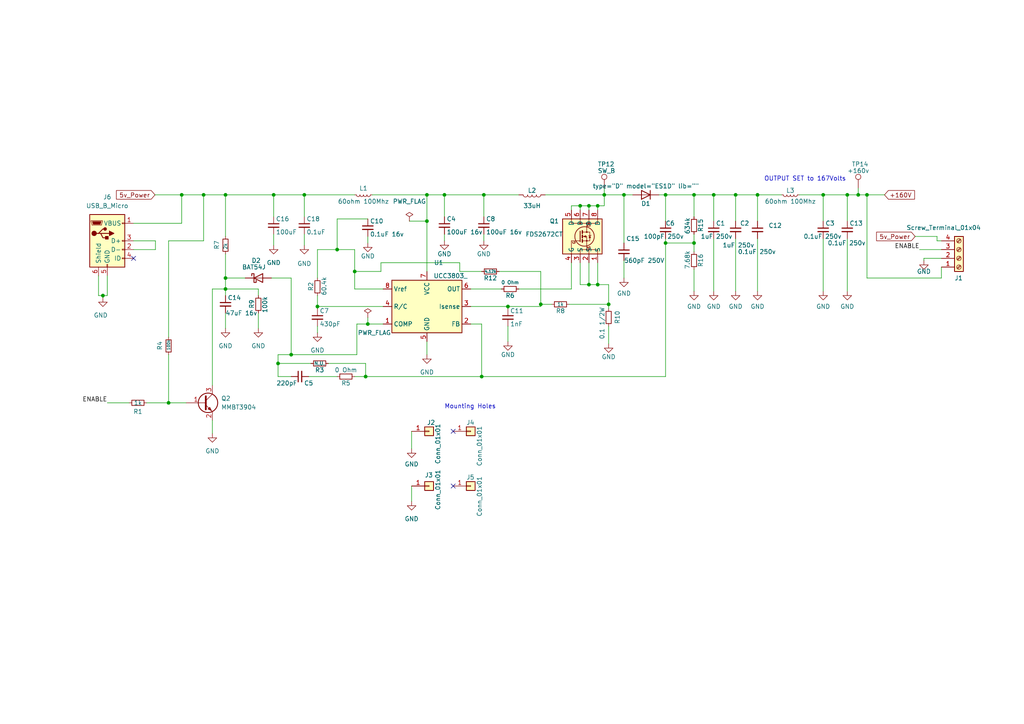
<source format=kicad_sch>
(kicad_sch (version 20211123) (generator eeschema)

  (uuid 5b005c4d-38ba-4201-a214-e4c6513868a0)

  (paper "A4")

  (title_block
    (title "Mini boost ")
    (date "23/12/22")
    (company "DeKUT")
    (comment 1 "Racheal Mburu")
  )

  (lib_symbols
    (symbol "Connector:Screw_Terminal_01x04" (pin_names (offset 1.016) hide) (in_bom yes) (on_board yes)
      (property "Reference" "J" (id 0) (at 0 5.08 0)
        (effects (font (size 1.27 1.27)))
      )
      (property "Value" "Screw_Terminal_01x04" (id 1) (at 0 -7.62 0)
        (effects (font (size 1.27 1.27)))
      )
      (property "Footprint" "" (id 2) (at 0 0 0)
        (effects (font (size 1.27 1.27)) hide)
      )
      (property "Datasheet" "~" (id 3) (at 0 0 0)
        (effects (font (size 1.27 1.27)) hide)
      )
      (property "ki_keywords" "screw terminal" (id 4) (at 0 0 0)
        (effects (font (size 1.27 1.27)) hide)
      )
      (property "ki_description" "Generic screw terminal, single row, 01x04, script generated (kicad-library-utils/schlib/autogen/connector/)" (id 5) (at 0 0 0)
        (effects (font (size 1.27 1.27)) hide)
      )
      (property "ki_fp_filters" "TerminalBlock*:*" (id 6) (at 0 0 0)
        (effects (font (size 1.27 1.27)) hide)
      )
      (symbol "Screw_Terminal_01x04_1_1"
        (rectangle (start -1.27 3.81) (end 1.27 -6.35)
          (stroke (width 0.254) (type default) (color 0 0 0 0))
          (fill (type background))
        )
        (circle (center 0 -5.08) (radius 0.635)
          (stroke (width 0.1524) (type default) (color 0 0 0 0))
          (fill (type none))
        )
        (circle (center 0 -2.54) (radius 0.635)
          (stroke (width 0.1524) (type default) (color 0 0 0 0))
          (fill (type none))
        )
        (polyline
          (pts
            (xy -0.5334 -4.7498)
            (xy 0.3302 -5.588)
          )
          (stroke (width 0.1524) (type default) (color 0 0 0 0))
          (fill (type none))
        )
        (polyline
          (pts
            (xy -0.5334 -2.2098)
            (xy 0.3302 -3.048)
          )
          (stroke (width 0.1524) (type default) (color 0 0 0 0))
          (fill (type none))
        )
        (polyline
          (pts
            (xy -0.5334 0.3302)
            (xy 0.3302 -0.508)
          )
          (stroke (width 0.1524) (type default) (color 0 0 0 0))
          (fill (type none))
        )
        (polyline
          (pts
            (xy -0.5334 2.8702)
            (xy 0.3302 2.032)
          )
          (stroke (width 0.1524) (type default) (color 0 0 0 0))
          (fill (type none))
        )
        (polyline
          (pts
            (xy -0.3556 -4.572)
            (xy 0.508 -5.4102)
          )
          (stroke (width 0.1524) (type default) (color 0 0 0 0))
          (fill (type none))
        )
        (polyline
          (pts
            (xy -0.3556 -2.032)
            (xy 0.508 -2.8702)
          )
          (stroke (width 0.1524) (type default) (color 0 0 0 0))
          (fill (type none))
        )
        (polyline
          (pts
            (xy -0.3556 0.508)
            (xy 0.508 -0.3302)
          )
          (stroke (width 0.1524) (type default) (color 0 0 0 0))
          (fill (type none))
        )
        (polyline
          (pts
            (xy -0.3556 3.048)
            (xy 0.508 2.2098)
          )
          (stroke (width 0.1524) (type default) (color 0 0 0 0))
          (fill (type none))
        )
        (circle (center 0 0) (radius 0.635)
          (stroke (width 0.1524) (type default) (color 0 0 0 0))
          (fill (type none))
        )
        (circle (center 0 2.54) (radius 0.635)
          (stroke (width 0.1524) (type default) (color 0 0 0 0))
          (fill (type none))
        )
        (pin passive line (at -5.08 2.54 0) (length 3.81)
          (name "Pin_1" (effects (font (size 1.27 1.27))))
          (number "1" (effects (font (size 1.27 1.27))))
        )
        (pin passive line (at -5.08 0 0) (length 3.81)
          (name "Pin_2" (effects (font (size 1.27 1.27))))
          (number "2" (effects (font (size 1.27 1.27))))
        )
        (pin passive line (at -5.08 -2.54 0) (length 3.81)
          (name "Pin_3" (effects (font (size 1.27 1.27))))
          (number "3" (effects (font (size 1.27 1.27))))
        )
        (pin passive line (at -5.08 -5.08 0) (length 3.81)
          (name "Pin_4" (effects (font (size 1.27 1.27))))
          (number "4" (effects (font (size 1.27 1.27))))
        )
      )
    )
    (symbol "Connector:TestPoint" (pin_numbers hide) (pin_names (offset 0.762) hide) (in_bom yes) (on_board yes)
      (property "Reference" "TP" (id 0) (at 0 6.858 0)
        (effects (font (size 1.27 1.27)))
      )
      (property "Value" "TestPoint" (id 1) (at 0 5.08 0)
        (effects (font (size 1.27 1.27)))
      )
      (property "Footprint" "" (id 2) (at 5.08 0 0)
        (effects (font (size 1.27 1.27)) hide)
      )
      (property "Datasheet" "~" (id 3) (at 5.08 0 0)
        (effects (font (size 1.27 1.27)) hide)
      )
      (property "ki_keywords" "test point tp" (id 4) (at 0 0 0)
        (effects (font (size 1.27 1.27)) hide)
      )
      (property "ki_description" "test point" (id 5) (at 0 0 0)
        (effects (font (size 1.27 1.27)) hide)
      )
      (property "ki_fp_filters" "Pin* Test*" (id 6) (at 0 0 0)
        (effects (font (size 1.27 1.27)) hide)
      )
      (symbol "TestPoint_0_1"
        (circle (center 0 3.302) (radius 0.762)
          (stroke (width 0) (type default) (color 0 0 0 0))
          (fill (type none))
        )
      )
      (symbol "TestPoint_1_1"
        (pin passive line (at 0 0 90) (length 2.54)
          (name "1" (effects (font (size 1.27 1.27))))
          (number "1" (effects (font (size 1.27 1.27))))
        )
      )
    )
    (symbol "Connector:USB_B_Micro" (pin_names (offset 1.016)) (in_bom yes) (on_board yes)
      (property "Reference" "J" (id 0) (at -5.08 11.43 0)
        (effects (font (size 1.27 1.27)) (justify left))
      )
      (property "Value" "USB_B_Micro" (id 1) (at -5.08 8.89 0)
        (effects (font (size 1.27 1.27)) (justify left))
      )
      (property "Footprint" "" (id 2) (at 3.81 -1.27 0)
        (effects (font (size 1.27 1.27)) hide)
      )
      (property "Datasheet" "~" (id 3) (at 3.81 -1.27 0)
        (effects (font (size 1.27 1.27)) hide)
      )
      (property "ki_keywords" "connector USB micro" (id 4) (at 0 0 0)
        (effects (font (size 1.27 1.27)) hide)
      )
      (property "ki_description" "USB Micro Type B connector" (id 5) (at 0 0 0)
        (effects (font (size 1.27 1.27)) hide)
      )
      (property "ki_fp_filters" "USB*" (id 6) (at 0 0 0)
        (effects (font (size 1.27 1.27)) hide)
      )
      (symbol "USB_B_Micro_0_1"
        (rectangle (start -5.08 -7.62) (end 5.08 7.62)
          (stroke (width 0.254) (type default) (color 0 0 0 0))
          (fill (type background))
        )
        (circle (center -3.81 2.159) (radius 0.635)
          (stroke (width 0.254) (type default) (color 0 0 0 0))
          (fill (type outline))
        )
        (circle (center -0.635 3.429) (radius 0.381)
          (stroke (width 0.254) (type default) (color 0 0 0 0))
          (fill (type outline))
        )
        (rectangle (start -0.127 -7.62) (end 0.127 -6.858)
          (stroke (width 0) (type default) (color 0 0 0 0))
          (fill (type none))
        )
        (polyline
          (pts
            (xy -1.905 2.159)
            (xy 0.635 2.159)
          )
          (stroke (width 0.254) (type default) (color 0 0 0 0))
          (fill (type none))
        )
        (polyline
          (pts
            (xy -3.175 2.159)
            (xy -2.54 2.159)
            (xy -1.27 3.429)
            (xy -0.635 3.429)
          )
          (stroke (width 0.254) (type default) (color 0 0 0 0))
          (fill (type none))
        )
        (polyline
          (pts
            (xy -2.54 2.159)
            (xy -1.905 2.159)
            (xy -1.27 0.889)
            (xy 0 0.889)
          )
          (stroke (width 0.254) (type default) (color 0 0 0 0))
          (fill (type none))
        )
        (polyline
          (pts
            (xy 0.635 2.794)
            (xy 0.635 1.524)
            (xy 1.905 2.159)
            (xy 0.635 2.794)
          )
          (stroke (width 0.254) (type default) (color 0 0 0 0))
          (fill (type outline))
        )
        (polyline
          (pts
            (xy -4.318 5.588)
            (xy -1.778 5.588)
            (xy -2.032 4.826)
            (xy -4.064 4.826)
            (xy -4.318 5.588)
          )
          (stroke (width 0) (type default) (color 0 0 0 0))
          (fill (type outline))
        )
        (polyline
          (pts
            (xy -4.699 5.842)
            (xy -4.699 5.588)
            (xy -4.445 4.826)
            (xy -4.445 4.572)
            (xy -1.651 4.572)
            (xy -1.651 4.826)
            (xy -1.397 5.588)
            (xy -1.397 5.842)
            (xy -4.699 5.842)
          )
          (stroke (width 0) (type default) (color 0 0 0 0))
          (fill (type none))
        )
        (rectangle (start 0.254 1.27) (end -0.508 0.508)
          (stroke (width 0.254) (type default) (color 0 0 0 0))
          (fill (type outline))
        )
        (rectangle (start 5.08 -5.207) (end 4.318 -4.953)
          (stroke (width 0) (type default) (color 0 0 0 0))
          (fill (type none))
        )
        (rectangle (start 5.08 -2.667) (end 4.318 -2.413)
          (stroke (width 0) (type default) (color 0 0 0 0))
          (fill (type none))
        )
        (rectangle (start 5.08 -0.127) (end 4.318 0.127)
          (stroke (width 0) (type default) (color 0 0 0 0))
          (fill (type none))
        )
        (rectangle (start 5.08 4.953) (end 4.318 5.207)
          (stroke (width 0) (type default) (color 0 0 0 0))
          (fill (type none))
        )
      )
      (symbol "USB_B_Micro_1_1"
        (pin power_out line (at 7.62 5.08 180) (length 2.54)
          (name "VBUS" (effects (font (size 1.27 1.27))))
          (number "1" (effects (font (size 1.27 1.27))))
        )
        (pin bidirectional line (at 7.62 -2.54 180) (length 2.54)
          (name "D-" (effects (font (size 1.27 1.27))))
          (number "2" (effects (font (size 1.27 1.27))))
        )
        (pin bidirectional line (at 7.62 0 180) (length 2.54)
          (name "D+" (effects (font (size 1.27 1.27))))
          (number "3" (effects (font (size 1.27 1.27))))
        )
        (pin passive line (at 7.62 -5.08 180) (length 2.54)
          (name "ID" (effects (font (size 1.27 1.27))))
          (number "4" (effects (font (size 1.27 1.27))))
        )
        (pin power_out line (at 0 -10.16 90) (length 2.54)
          (name "GND" (effects (font (size 1.27 1.27))))
          (number "5" (effects (font (size 1.27 1.27))))
        )
        (pin passive line (at -2.54 -10.16 90) (length 2.54)
          (name "Shield" (effects (font (size 1.27 1.27))))
          (number "6" (effects (font (size 1.27 1.27))))
        )
      )
    )
    (symbol "Connector_Generic:Conn_01x01" (pin_names (offset 1.016) hide) (in_bom yes) (on_board yes)
      (property "Reference" "J" (id 0) (at 0 2.54 0)
        (effects (font (size 1.27 1.27)))
      )
      (property "Value" "Conn_01x01" (id 1) (at 0 -2.54 0)
        (effects (font (size 1.27 1.27)))
      )
      (property "Footprint" "" (id 2) (at 0 0 0)
        (effects (font (size 1.27 1.27)) hide)
      )
      (property "Datasheet" "~" (id 3) (at 0 0 0)
        (effects (font (size 1.27 1.27)) hide)
      )
      (property "ki_keywords" "connector" (id 4) (at 0 0 0)
        (effects (font (size 1.27 1.27)) hide)
      )
      (property "ki_description" "Generic connector, single row, 01x01, script generated (kicad-library-utils/schlib/autogen/connector/)" (id 5) (at 0 0 0)
        (effects (font (size 1.27 1.27)) hide)
      )
      (property "ki_fp_filters" "Connector*:*_1x??_*" (id 6) (at 0 0 0)
        (effects (font (size 1.27 1.27)) hide)
      )
      (symbol "Conn_01x01_1_1"
        (rectangle (start -1.27 0.127) (end 0 -0.127)
          (stroke (width 0.1524) (type default) (color 0 0 0 0))
          (fill (type none))
        )
        (rectangle (start -1.27 1.27) (end 1.27 -1.27)
          (stroke (width 0.254) (type default) (color 0 0 0 0))
          (fill (type background))
        )
        (pin passive line (at -5.08 0 0) (length 3.81)
          (name "Pin_1" (effects (font (size 1.27 1.27))))
          (number "1" (effects (font (size 1.27 1.27))))
        )
      )
    )
    (symbol "Device:C_Small" (pin_numbers hide) (pin_names (offset 0.254) hide) (in_bom yes) (on_board yes)
      (property "Reference" "C" (id 0) (at 0.254 1.778 0)
        (effects (font (size 1.27 1.27)) (justify left))
      )
      (property "Value" "C_Small" (id 1) (at 0.254 -2.032 0)
        (effects (font (size 1.27 1.27)) (justify left))
      )
      (property "Footprint" "" (id 2) (at 0 0 0)
        (effects (font (size 1.27 1.27)) hide)
      )
      (property "Datasheet" "~" (id 3) (at 0 0 0)
        (effects (font (size 1.27 1.27)) hide)
      )
      (property "ki_keywords" "capacitor cap" (id 4) (at 0 0 0)
        (effects (font (size 1.27 1.27)) hide)
      )
      (property "ki_description" "Unpolarized capacitor, small symbol" (id 5) (at 0 0 0)
        (effects (font (size 1.27 1.27)) hide)
      )
      (property "ki_fp_filters" "C_*" (id 6) (at 0 0 0)
        (effects (font (size 1.27 1.27)) hide)
      )
      (symbol "C_Small_0_1"
        (polyline
          (pts
            (xy -1.524 -0.508)
            (xy 1.524 -0.508)
          )
          (stroke (width 0.3302) (type default) (color 0 0 0 0))
          (fill (type none))
        )
        (polyline
          (pts
            (xy -1.524 0.508)
            (xy 1.524 0.508)
          )
          (stroke (width 0.3048) (type default) (color 0 0 0 0))
          (fill (type none))
        )
      )
      (symbol "C_Small_1_1"
        (pin passive line (at 0 2.54 270) (length 2.032)
          (name "~" (effects (font (size 1.27 1.27))))
          (number "1" (effects (font (size 1.27 1.27))))
        )
        (pin passive line (at 0 -2.54 90) (length 2.032)
          (name "~" (effects (font (size 1.27 1.27))))
          (number "2" (effects (font (size 1.27 1.27))))
        )
      )
    )
    (symbol "Device:L" (pin_numbers hide) (pin_names (offset 1.016) hide) (in_bom yes) (on_board yes)
      (property "Reference" "L" (id 0) (at -1.27 0 90)
        (effects (font (size 1.27 1.27)))
      )
      (property "Value" "L" (id 1) (at 1.905 0 90)
        (effects (font (size 1.27 1.27)))
      )
      (property "Footprint" "" (id 2) (at 0 0 0)
        (effects (font (size 1.27 1.27)) hide)
      )
      (property "Datasheet" "~" (id 3) (at 0 0 0)
        (effects (font (size 1.27 1.27)) hide)
      )
      (property "ki_keywords" "inductor choke coil reactor magnetic" (id 4) (at 0 0 0)
        (effects (font (size 1.27 1.27)) hide)
      )
      (property "ki_description" "Inductor" (id 5) (at 0 0 0)
        (effects (font (size 1.27 1.27)) hide)
      )
      (property "ki_fp_filters" "Choke_* *Coil* Inductor_* L_*" (id 6) (at 0 0 0)
        (effects (font (size 1.27 1.27)) hide)
      )
      (symbol "L_0_1"
        (arc (start 0 -2.54) (mid 0.635 -1.905) (end 0 -1.27)
          (stroke (width 0) (type default) (color 0 0 0 0))
          (fill (type none))
        )
        (arc (start 0 -1.27) (mid 0.635 -0.635) (end 0 0)
          (stroke (width 0) (type default) (color 0 0 0 0))
          (fill (type none))
        )
        (arc (start 0 0) (mid 0.635 0.635) (end 0 1.27)
          (stroke (width 0) (type default) (color 0 0 0 0))
          (fill (type none))
        )
        (arc (start 0 1.27) (mid 0.635 1.905) (end 0 2.54)
          (stroke (width 0) (type default) (color 0 0 0 0))
          (fill (type none))
        )
      )
      (symbol "L_1_1"
        (pin passive line (at 0 3.81 270) (length 1.27)
          (name "1" (effects (font (size 1.27 1.27))))
          (number "1" (effects (font (size 1.27 1.27))))
        )
        (pin passive line (at 0 -3.81 90) (length 1.27)
          (name "2" (effects (font (size 1.27 1.27))))
          (number "2" (effects (font (size 1.27 1.27))))
        )
      )
    )
    (symbol "Device:L_Small" (pin_numbers hide) (pin_names (offset 0.254) hide) (in_bom yes) (on_board yes)
      (property "Reference" "L" (id 0) (at 0.762 1.016 0)
        (effects (font (size 1.27 1.27)) (justify left))
      )
      (property "Value" "L_Small" (id 1) (at 0.762 -1.016 0)
        (effects (font (size 1.27 1.27)) (justify left))
      )
      (property "Footprint" "" (id 2) (at 0 0 0)
        (effects (font (size 1.27 1.27)) hide)
      )
      (property "Datasheet" "~" (id 3) (at 0 0 0)
        (effects (font (size 1.27 1.27)) hide)
      )
      (property "ki_keywords" "inductor choke coil reactor magnetic" (id 4) (at 0 0 0)
        (effects (font (size 1.27 1.27)) hide)
      )
      (property "ki_description" "Inductor, small symbol" (id 5) (at 0 0 0)
        (effects (font (size 1.27 1.27)) hide)
      )
      (property "ki_fp_filters" "Choke_* *Coil* Inductor_* L_*" (id 6) (at 0 0 0)
        (effects (font (size 1.27 1.27)) hide)
      )
      (symbol "L_Small_0_1"
        (arc (start 0 -2.032) (mid 0.508 -1.524) (end 0 -1.016)
          (stroke (width 0) (type default) (color 0 0 0 0))
          (fill (type none))
        )
        (arc (start 0 -1.016) (mid 0.508 -0.508) (end 0 0)
          (stroke (width 0) (type default) (color 0 0 0 0))
          (fill (type none))
        )
        (arc (start 0 0) (mid 0.508 0.508) (end 0 1.016)
          (stroke (width 0) (type default) (color 0 0 0 0))
          (fill (type none))
        )
        (arc (start 0 1.016) (mid 0.508 1.524) (end 0 2.032)
          (stroke (width 0) (type default) (color 0 0 0 0))
          (fill (type none))
        )
      )
      (symbol "L_Small_1_1"
        (pin passive line (at 0 2.54 270) (length 0.508)
          (name "~" (effects (font (size 1.27 1.27))))
          (number "1" (effects (font (size 1.27 1.27))))
        )
        (pin passive line (at 0 -2.54 90) (length 0.508)
          (name "~" (effects (font (size 1.27 1.27))))
          (number "2" (effects (font (size 1.27 1.27))))
        )
      )
    )
    (symbol "Device:R_Small" (pin_numbers hide) (pin_names (offset 0.254) hide) (in_bom yes) (on_board yes)
      (property "Reference" "R" (id 0) (at 0.762 0.508 0)
        (effects (font (size 1.27 1.27)) (justify left))
      )
      (property "Value" "R_Small" (id 1) (at 0.762 -1.016 0)
        (effects (font (size 1.27 1.27)) (justify left))
      )
      (property "Footprint" "" (id 2) (at 0 0 0)
        (effects (font (size 1.27 1.27)) hide)
      )
      (property "Datasheet" "~" (id 3) (at 0 0 0)
        (effects (font (size 1.27 1.27)) hide)
      )
      (property "ki_keywords" "R resistor" (id 4) (at 0 0 0)
        (effects (font (size 1.27 1.27)) hide)
      )
      (property "ki_description" "Resistor, small symbol" (id 5) (at 0 0 0)
        (effects (font (size 1.27 1.27)) hide)
      )
      (property "ki_fp_filters" "R_*" (id 6) (at 0 0 0)
        (effects (font (size 1.27 1.27)) hide)
      )
      (symbol "R_Small_0_1"
        (rectangle (start -0.762 1.778) (end 0.762 -1.778)
          (stroke (width 0.2032) (type default) (color 0 0 0 0))
          (fill (type none))
        )
      )
      (symbol "R_Small_1_1"
        (pin passive line (at 0 2.54 270) (length 0.762)
          (name "~" (effects (font (size 1.27 1.27))))
          (number "1" (effects (font (size 1.27 1.27))))
        )
        (pin passive line (at 0 -2.54 90) (length 0.762)
          (name "~" (effects (font (size 1.27 1.27))))
          (number "2" (effects (font (size 1.27 1.27))))
        )
      )
    )
    (symbol "Diode:BAT54J" (pin_numbers hide) (pin_names hide) (in_bom yes) (on_board yes)
      (property "Reference" "D" (id 0) (at 0 2.54 0)
        (effects (font (size 1.27 1.27)))
      )
      (property "Value" "BAT54J" (id 1) (at 0 -2.54 0)
        (effects (font (size 1.27 1.27)))
      )
      (property "Footprint" "Diode_SMD:D_SOD-323F" (id 2) (at 0 -4.445 0)
        (effects (font (size 1.27 1.27)) hide)
      )
      (property "Datasheet" "https://assets.nexperia.com/documents/data-sheet/BAT54J.pdf" (id 3) (at 0 0 0)
        (effects (font (size 1.27 1.27)) hide)
      )
      (property "ki_keywords" "diode Schottky" (id 4) (at 0 0 0)
        (effects (font (size 1.27 1.27)) hide)
      )
      (property "ki_description" "30V 200mA Schottky diode, SOD-323F" (id 5) (at 0 0 0)
        (effects (font (size 1.27 1.27)) hide)
      )
      (property "ki_fp_filters" "D*SOD?323F*" (id 6) (at 0 0 0)
        (effects (font (size 1.27 1.27)) hide)
      )
      (symbol "BAT54J_0_1"
        (polyline
          (pts
            (xy 1.27 0)
            (xy -1.27 0)
          )
          (stroke (width 0) (type default) (color 0 0 0 0))
          (fill (type none))
        )
        (polyline
          (pts
            (xy 1.27 1.27)
            (xy 1.27 -1.27)
            (xy -1.27 0)
            (xy 1.27 1.27)
          )
          (stroke (width 0.254) (type default) (color 0 0 0 0))
          (fill (type none))
        )
        (polyline
          (pts
            (xy -1.905 0.635)
            (xy -1.905 1.27)
            (xy -1.27 1.27)
            (xy -1.27 -1.27)
            (xy -0.635 -1.27)
            (xy -0.635 -0.635)
          )
          (stroke (width 0.254) (type default) (color 0 0 0 0))
          (fill (type none))
        )
      )
      (symbol "BAT54J_1_1"
        (pin passive line (at -3.81 0 0) (length 2.54)
          (name "K" (effects (font (size 1.27 1.27))))
          (number "1" (effects (font (size 1.27 1.27))))
        )
        (pin passive line (at 3.81 0 180) (length 2.54)
          (name "A" (effects (font (size 1.27 1.27))))
          (number "2" (effects (font (size 1.27 1.27))))
        )
      )
    )
    (symbol "FDS2672CT_1" (in_bom yes) (on_board yes)
      (property "Reference" "Q?" (id 0) (at -3.81 -2.54 0)
        (effects (font (size 1.27 1.27)) (justify left))
      )
      (property "Value" "FDS2672CT" (id 1) (at -3.81 -16.51 0)
        (effects (font (size 1.27 1.27)) (justify left))
      )
      (property "Footprint" "Package_SO:SOIC-8_3.9x4.9mm_P1.27mm" (id 2) (at 2.54 1.27 0)
        (effects (font (size 1.27 1.27)) hide)
      )
      (property "Datasheet" "" (id 3) (at 0 0 0)
        (effects (font (size 1.27 1.27)) hide)
      )
      (symbol "FDS2672CT_1_0_0"
        (circle (center -3.81 -10.795) (radius 0.127)
          (stroke (width 0.254) (type default) (color 0 0 0 0))
          (fill (type none))
        )
        (circle (center -1.27 -10.795) (radius 0.127)
          (stroke (width 0.254) (type default) (color 0 0 0 0))
          (fill (type none))
        )
        (polyline
          (pts
            (xy -5.08 -11.43)
            (xy -3.81 -11.43)
          )
          (stroke (width 0) (type default) (color 0 0 0 0))
          (fill (type none))
        )
        (polyline
          (pts
            (xy -1.27 -10.795)
            (xy -3.81 -10.795)
          )
          (stroke (width 0) (type default) (color 0 0 0 0))
          (fill (type none))
        )
        (polyline
          (pts
            (xy 5.08 -11.43)
            (xy 3.81 -11.43)
          )
          (stroke (width 0) (type default) (color 0 0 0 0))
          (fill (type none))
        )
        (polyline
          (pts
            (xy -1.27 -9.525)
            (xy -1.27 -11.684)
            (xy 1.27 -11.684)
            (xy 1.27 -9.525)
          )
          (stroke (width 0) (type default) (color 0 0 0 0))
          (fill (type none))
        )
        (polyline
          (pts
            (xy 0.127 -11.684)
            (xy -0.381 -11.938)
            (xy -0.381 -11.43)
            (xy 0.127 -11.684)
          )
          (stroke (width 0) (type default) (color 0 0 0 0))
          (fill (type outline))
        )
        (polyline
          (pts
            (xy 0.381 -12.065)
            (xy 0.254 -11.938)
            (xy 0.254 -11.43)
            (xy 0.127 -11.303)
          )
          (stroke (width 0) (type default) (color 0 0 0 0))
          (fill (type none))
        )
        (circle (center 1.27 -10.795) (radius 0.127)
          (stroke (width 0.254) (type default) (color 0 0 0 0))
          (fill (type none))
        )
        (circle (center 3.81 -10.795) (radius 0.127)
          (stroke (width 0.254) (type default) (color 0 0 0 0))
          (fill (type none))
        )
        (text "D" (at 3.175 -11.43 0)
          (effects (font (size 0.762 0.762)))
        )
        (text "G" (at -1.778 -7.112 0)
          (effects (font (size 0.762 0.762)))
        )
        (text "S" (at -3.175 -11.43 0)
          (effects (font (size 0.762 0.762)))
        )
      )
      (symbol "FDS2672CT_1_0_1"
        (circle (center -3.81 -11.43) (radius 0.127)
          (stroke (width 0.254) (type default) (color 0 0 0 0))
          (fill (type none))
        )
        (circle (center 0 -10.16) (radius 2.8194)
          (stroke (width 0.2032) (type default) (color 0 0 0 0))
          (fill (type none))
        )
        (polyline
          (pts
            (xy -5.08 -6.35)
            (xy -1.27 -6.35)
          )
          (stroke (width 0) (type default) (color 0 0 0 0))
          (fill (type none))
        )
        (polyline
          (pts
            (xy -1.651 -9.525)
            (xy -0.889 -9.525)
          )
          (stroke (width 0.381) (type default) (color 0 0 0 0))
          (fill (type none))
        )
        (polyline
          (pts
            (xy -1.27 -6.35)
            (xy -1.27 -8.89)
          )
          (stroke (width 0) (type default) (color 0 0 0 0))
          (fill (type none))
        )
        (polyline
          (pts
            (xy -0.381 -9.525)
            (xy 0.381 -9.525)
          )
          (stroke (width 0.381) (type default) (color 0 0 0 0))
          (fill (type none))
        )
        (polyline
          (pts
            (xy 0.889 -9.525)
            (xy 1.651 -9.525)
          )
          (stroke (width 0.381) (type default) (color 0 0 0 0))
          (fill (type none))
        )
        (polyline
          (pts
            (xy 1.27 -10.795)
            (xy 3.81 -10.795)
          )
          (stroke (width 0) (type default) (color 0 0 0 0))
          (fill (type none))
        )
        (polyline
          (pts
            (xy 5.08 -8.89)
            (xy 3.81 -8.89)
          )
          (stroke (width 0) (type default) (color 0 0 0 0))
          (fill (type none))
        )
        (polyline
          (pts
            (xy -1.524 -8.89)
            (xy 1.524 -8.89)
            (xy 1.524 -8.89)
          )
          (stroke (width 0.254) (type default) (color 0 0 0 0))
          (fill (type none))
        )
        (polyline
          (pts
            (xy 0 -9.525)
            (xy 0 -10.795)
            (xy -1.27 -10.795)
          )
          (stroke (width 0) (type default) (color 0 0 0 0))
          (fill (type none))
        )
        (polyline
          (pts
            (xy -5.08 -8.89)
            (xy -3.81 -8.89)
            (xy -3.81 -13.97)
            (xy -5.08 -13.97)
          )
          (stroke (width 0) (type default) (color 0 0 0 0))
          (fill (type none))
        )
        (polyline
          (pts
            (xy -0.254 -10.541)
            (xy 0.254 -10.541)
            (xy 0 -9.906)
            (xy -0.254 -10.541)
          )
          (stroke (width 0) (type default) (color 0 0 0 0))
          (fill (type outline))
        )
        (polyline
          (pts
            (xy 5.08 -13.97)
            (xy 3.81 -13.97)
            (xy 3.81 -6.35)
            (xy 5.08 -6.35)
          )
          (stroke (width 0) (type default) (color 0 0 0 0))
          (fill (type none))
        )
        (circle (center 3.81 -11.43) (radius 0.127)
          (stroke (width 0.254) (type default) (color 0 0 0 0))
          (fill (type none))
        )
        (circle (center 3.81 -8.89) (radius 0.127)
          (stroke (width 0.254) (type default) (color 0 0 0 0))
          (fill (type none))
        )
        (rectangle (start 5.08 -3.81) (end -5.08 -15.24)
          (stroke (width 0.254) (type default) (color 0 0 0 0))
          (fill (type background))
        )
      )
      (symbol "FDS2672CT_1_1_1"
        (pin passive line (at -7.62 -13.97 0) (length 2.54)
          (name "S" (effects (font (size 1.27 1.27))))
          (number "1" (effects (font (size 1.27 1.27))))
        )
        (pin passive line (at -7.62 -11.43 0) (length 2.54)
          (name "S" (effects (font (size 1.27 1.27))))
          (number "2" (effects (font (size 1.27 1.27))))
        )
        (pin passive line (at -7.62 -8.89 0) (length 2.54)
          (name "S" (effects (font (size 1.27 1.27))))
          (number "3" (effects (font (size 1.27 1.27))))
        )
        (pin passive line (at -7.62 -6.35 0) (length 2.54)
          (name "G" (effects (font (size 1.27 1.27))))
          (number "4" (effects (font (size 1.27 1.27))))
        )
        (pin passive line (at 7.62 -6.35 180) (length 2.54)
          (name "D" (effects (font (size 1.27 1.27))))
          (number "5" (effects (font (size 1.27 1.27))))
        )
        (pin passive line (at 7.62 -8.89 180) (length 2.54)
          (name "D" (effects (font (size 1.27 1.27))))
          (number "6" (effects (font (size 1.27 1.27))))
        )
        (pin passive line (at 7.62 -11.43 180) (length 2.54)
          (name "D" (effects (font (size 1.27 1.27))))
          (number "7" (effects (font (size 1.27 1.27))))
        )
        (pin passive line (at 7.62 -13.97 180) (length 2.54)
          (name "D" (effects (font (size 1.27 1.27))))
          (number "8" (effects (font (size 1.27 1.27))))
        )
      )
    )
    (symbol "Simulation_SPICE:DIODE" (pin_numbers hide) (pin_names (offset 1.016) hide) (in_bom yes) (on_board yes)
      (property "Reference" "D" (id 0) (at 0 2.54 0)
        (effects (font (size 1.27 1.27)))
      )
      (property "Value" "DIODE" (id 1) (at 0 -2.54 0)
        (effects (font (size 1.27 1.27)))
      )
      (property "Footprint" "" (id 2) (at 0 0 0)
        (effects (font (size 1.27 1.27)) hide)
      )
      (property "Datasheet" "~" (id 3) (at 0 0 0)
        (effects (font (size 1.27 1.27)) hide)
      )
      (property "Spice_Netlist_Enabled" "Y" (id 4) (at 0 0 0)
        (effects (font (size 1.27 1.27)) (justify left) hide)
      )
      (property "Spice_Primitive" "D" (id 5) (at 0 0 0)
        (effects (font (size 1.27 1.27)) (justify left) hide)
      )
      (property "ki_keywords" "simulation" (id 6) (at 0 0 0)
        (effects (font (size 1.27 1.27)) hide)
      )
      (property "ki_description" "Diode, anode on pin 1, for simulation only!" (id 7) (at 0 0 0)
        (effects (font (size 1.27 1.27)) hide)
      )
      (symbol "DIODE_0_1"
        (polyline
          (pts
            (xy 1.27 0)
            (xy -1.27 0)
          )
          (stroke (width 0) (type default) (color 0 0 0 0))
          (fill (type none))
        )
        (polyline
          (pts
            (xy 1.27 1.27)
            (xy 1.27 -1.27)
          )
          (stroke (width 0.254) (type default) (color 0 0 0 0))
          (fill (type none))
        )
        (polyline
          (pts
            (xy -1.27 -1.27)
            (xy -1.27 1.27)
            (xy 1.27 0)
            (xy -1.27 -1.27)
          )
          (stroke (width 0.254) (type default) (color 0 0 0 0))
          (fill (type none))
        )
      )
      (symbol "DIODE_1_1"
        (pin passive line (at -3.81 0 0) (length 2.54)
          (name "A" (effects (font (size 1.27 1.27))))
          (number "1" (effects (font (size 1.27 1.27))))
        )
        (pin passive line (at 3.81 0 180) (length 2.54)
          (name "K" (effects (font (size 1.27 1.27))))
          (number "2" (effects (font (size 1.27 1.27))))
        )
      )
    )
    (symbol "Transistor_BJT:MMBT3904" (pin_names (offset 0) hide) (in_bom yes) (on_board yes)
      (property "Reference" "Q" (id 0) (at 5.08 1.905 0)
        (effects (font (size 1.27 1.27)) (justify left))
      )
      (property "Value" "MMBT3904" (id 1) (at 5.08 0 0)
        (effects (font (size 1.27 1.27)) (justify left))
      )
      (property "Footprint" "Package_TO_SOT_SMD:SOT-23" (id 2) (at 5.08 -1.905 0)
        (effects (font (size 1.27 1.27) italic) (justify left) hide)
      )
      (property "Datasheet" "https://www.onsemi.com/pub/Collateral/2N3903-D.PDF" (id 3) (at 0 0 0)
        (effects (font (size 1.27 1.27)) (justify left) hide)
      )
      (property "ki_keywords" "NPN Transistor" (id 4) (at 0 0 0)
        (effects (font (size 1.27 1.27)) hide)
      )
      (property "ki_description" "0.2A Ic, 40V Vce, Small Signal NPN Transistor, SOT-23" (id 5) (at 0 0 0)
        (effects (font (size 1.27 1.27)) hide)
      )
      (property "ki_fp_filters" "SOT?23*" (id 6) (at 0 0 0)
        (effects (font (size 1.27 1.27)) hide)
      )
      (symbol "MMBT3904_0_1"
        (polyline
          (pts
            (xy 0.635 0.635)
            (xy 2.54 2.54)
          )
          (stroke (width 0) (type default) (color 0 0 0 0))
          (fill (type none))
        )
        (polyline
          (pts
            (xy 0.635 -0.635)
            (xy 2.54 -2.54)
            (xy 2.54 -2.54)
          )
          (stroke (width 0) (type default) (color 0 0 0 0))
          (fill (type none))
        )
        (polyline
          (pts
            (xy 0.635 1.905)
            (xy 0.635 -1.905)
            (xy 0.635 -1.905)
          )
          (stroke (width 0.508) (type default) (color 0 0 0 0))
          (fill (type none))
        )
        (polyline
          (pts
            (xy 1.27 -1.778)
            (xy 1.778 -1.27)
            (xy 2.286 -2.286)
            (xy 1.27 -1.778)
            (xy 1.27 -1.778)
          )
          (stroke (width 0) (type default) (color 0 0 0 0))
          (fill (type outline))
        )
        (circle (center 1.27 0) (radius 2.8194)
          (stroke (width 0.254) (type default) (color 0 0 0 0))
          (fill (type none))
        )
      )
      (symbol "MMBT3904_1_1"
        (pin input line (at -5.08 0 0) (length 5.715)
          (name "B" (effects (font (size 1.27 1.27))))
          (number "1" (effects (font (size 1.27 1.27))))
        )
        (pin passive line (at 2.54 -5.08 90) (length 2.54)
          (name "E" (effects (font (size 1.27 1.27))))
          (number "2" (effects (font (size 1.27 1.27))))
        )
        (pin passive line (at 2.54 5.08 270) (length 2.54)
          (name "C" (effects (font (size 1.27 1.27))))
          (number "3" (effects (font (size 1.27 1.27))))
        )
      )
    )
    (symbol "power:GND" (power) (pin_names (offset 0)) (in_bom yes) (on_board yes)
      (property "Reference" "#PWR" (id 0) (at 0 -6.35 0)
        (effects (font (size 1.27 1.27)) hide)
      )
      (property "Value" "GND" (id 1) (at 0 -3.81 0)
        (effects (font (size 1.27 1.27)))
      )
      (property "Footprint" "" (id 2) (at 0 0 0)
        (effects (font (size 1.27 1.27)) hide)
      )
      (property "Datasheet" "" (id 3) (at 0 0 0)
        (effects (font (size 1.27 1.27)) hide)
      )
      (property "ki_keywords" "power-flag" (id 4) (at 0 0 0)
        (effects (font (size 1.27 1.27)) hide)
      )
      (property "ki_description" "Power symbol creates a global label with name \"GND\" , ground" (id 5) (at 0 0 0)
        (effects (font (size 1.27 1.27)) hide)
      )
      (symbol "GND_0_1"
        (polyline
          (pts
            (xy 0 0)
            (xy 0 -1.27)
            (xy 1.27 -1.27)
            (xy 0 -2.54)
            (xy -1.27 -1.27)
            (xy 0 -1.27)
          )
          (stroke (width 0) (type default) (color 0 0 0 0))
          (fill (type none))
        )
      )
      (symbol "GND_1_1"
        (pin power_in line (at 0 0 270) (length 0) hide
          (name "GND" (effects (font (size 1.27 1.27))))
          (number "1" (effects (font (size 1.27 1.27))))
        )
      )
    )
    (symbol "power:PWR_FLAG" (power) (pin_numbers hide) (pin_names (offset 0) hide) (in_bom yes) (on_board yes)
      (property "Reference" "#FLG" (id 0) (at 0 1.905 0)
        (effects (font (size 1.27 1.27)) hide)
      )
      (property "Value" "PWR_FLAG" (id 1) (at 0 3.81 0)
        (effects (font (size 1.27 1.27)))
      )
      (property "Footprint" "" (id 2) (at 0 0 0)
        (effects (font (size 1.27 1.27)) hide)
      )
      (property "Datasheet" "~" (id 3) (at 0 0 0)
        (effects (font (size 1.27 1.27)) hide)
      )
      (property "ki_keywords" "power-flag" (id 4) (at 0 0 0)
        (effects (font (size 1.27 1.27)) hide)
      )
      (property "ki_description" "Special symbol for telling ERC where power comes from" (id 5) (at 0 0 0)
        (effects (font (size 1.27 1.27)) hide)
      )
      (symbol "PWR_FLAG_0_0"
        (pin power_out line (at 0 0 90) (length 0)
          (name "pwr" (effects (font (size 1.27 1.27))))
          (number "1" (effects (font (size 1.27 1.27))))
        )
      )
      (symbol "PWR_FLAG_0_1"
        (polyline
          (pts
            (xy 0 0)
            (xy 0 1.27)
            (xy -1.016 1.905)
            (xy 0 2.54)
            (xy 1.016 1.905)
            (xy 0 1.27)
          )
          (stroke (width 0) (type default) (color 0 0 0 0))
          (fill (type none))
        )
      )
    )
    (symbol "regulator_controller:UCC3803_" (in_bom yes) (on_board yes)
      (property "Reference" "U1" (id 0) (at 2.0194 -1.27 0)
        (effects (font (size 1.27 1.27)) (justify left))
      )
      (property "Value" "UCC3803_" (id 1) (at 1.905 -5.08 0)
        (effects (font (size 1.27 1.27)) (justify left))
      )
      (property "Footprint" "Package_SO:SOIC-8_3.9x4.9mm_P1.27mm" (id 2) (at 0 2.54 0)
        (effects (font (size 1.27 1.27)) hide)
      )
      (property "Datasheet" "" (id 3) (at 0 2.54 0)
        (effects (font (size 1.27 1.27)) hide)
      )
      (symbol "UCC3803__0_1"
        (rectangle (start -10.16 -21.59) (end 10.16 -6.35)
          (stroke (width 0.254) (type default) (color 0 0 0 0))
          (fill (type background))
        )
      )
      (symbol "UCC3803__1_1"
        (pin power_in line (at -12.7 -19.05 0) (length 2.54)
          (name "COMP" (effects (font (size 1.27 1.27))))
          (number "1" (effects (font (size 1.27 1.27))))
        )
        (pin input line (at 12.7 -19.05 180) (length 2.54)
          (name "FB" (effects (font (size 1.27 1.27))))
          (number "2" (effects (font (size 1.27 1.27))))
        )
        (pin passive line (at 12.7 -13.97 180) (length 2.54)
          (name "Isense" (effects (font (size 1.27 1.27))))
          (number "3" (effects (font (size 1.27 1.27))))
        )
        (pin input line (at -12.7 -13.97 0) (length 2.54)
          (name "R/C" (effects (font (size 1.27 1.27))))
          (number "4" (effects (font (size 1.27 1.27))))
        )
        (pin power_in line (at 0 -24.13 90) (length 2.54)
          (name "GND" (effects (font (size 1.27 1.27))))
          (number "5" (effects (font (size 1.27 1.27))))
        )
        (pin output line (at 12.7 -8.89 180) (length 2.54)
          (name "OUT" (effects (font (size 1.27 1.27))))
          (number "6" (effects (font (size 1.27 1.27))))
        )
        (pin power_in line (at 0 -3.81 270) (length 2.54)
          (name "VCC" (effects (font (size 1.27 1.27))))
          (number "7" (effects (font (size 1.27 1.27))))
        )
        (pin passive line (at -12.7 -8.89 0) (length 2.54)
          (name "Vref" (effects (font (size 1.27 1.27))))
          (number "8" (effects (font (size 1.27 1.27))))
        )
      )
    )
  )

  (junction (at 128.905 56.515) (diameter 0) (color 0 0 0 0)
    (uuid 021a3b33-1179-456b-ada7-3430a4a4c516)
  )
  (junction (at 173.355 82.55) (diameter 0) (color 0 0 0 0)
    (uuid 05b84f56-3414-4dbc-8a33-aa886930cf65)
  )
  (junction (at 248.92 56.515) (diameter 0) (color 0 0 0 0)
    (uuid 07ef5a88-b9eb-415f-a025-349305321d2a)
  )
  (junction (at 193.04 56.515) (diameter 0) (color 0 0 0 0)
    (uuid 0a2a6a08-8835-4750-99ae-d99527699676)
  )
  (junction (at 176.53 88.265) (diameter 0) (color 0 0 0 0)
    (uuid 14dc491a-e8fc-4598-b488-e8886bc2b168)
  )
  (junction (at 140.335 56.515) (diameter 0) (color 0 0 0 0)
    (uuid 172224a4-aad1-4a48-b356-0218ff918ddb)
  )
  (junction (at 173.355 59.69) (diameter 0) (color 0 0 0 0)
    (uuid 179d2034-41ed-4d84-ab10-27222f269ac7)
  )
  (junction (at 238.76 56.515) (diameter 0) (color 0 0 0 0)
    (uuid 2dd0c7f6-fc83-4934-bac5-1f9ceea81418)
  )
  (junction (at 168.275 59.69) (diameter 0) (color 0 0 0 0)
    (uuid 2df85d88-6042-42e4-ad64-9152c83212c3)
  )
  (junction (at 156.845 88.265) (diameter 0) (color 0 0 0 0)
    (uuid 2e229de6-bbb7-43b8-8dec-810fb33ade98)
  )
  (junction (at 102.87 78.74) (diameter 0) (color 0 0 0 0)
    (uuid 2fd3f025-e878-434c-b244-a428eea40316)
  )
  (junction (at 88.265 56.515) (diameter 0) (color 0 0 0 0)
    (uuid 326f3373-1c03-4393-be6d-7d241089fdef)
  )
  (junction (at 97.79 72.39) (diameter 0) (color 0 0 0 0)
    (uuid 33a42e6e-57cf-4f45-81af-375956e25cab)
  )
  (junction (at 79.375 56.515) (diameter 0) (color 0 0 0 0)
    (uuid 3782edbb-5c85-42fa-bb32-4cc3f50053b5)
  )
  (junction (at 65.405 56.515) (diameter 0) (color 0 0 0 0)
    (uuid 3fff02b5-c162-41c8-802d-9f6d60e62d7a)
  )
  (junction (at 106.68 93.98) (diameter 0) (color 0 0 0 0)
    (uuid 472f299c-383d-43af-8000-7b4bdd8e2842)
  )
  (junction (at 59.055 56.515) (diameter 0) (color 0 0 0 0)
    (uuid 4cf911bf-fdc1-40c1-b3b9-5ce52e49b4db)
  )
  (junction (at 170.815 59.69) (diameter 0) (color 0 0 0 0)
    (uuid 5c5e0318-a0e1-4f94-8225-4bad5445ea6d)
  )
  (junction (at 201.295 56.515) (diameter 0) (color 0 0 0 0)
    (uuid 5eb51da6-3d55-4172-ba23-b942a04b7440)
  )
  (junction (at 84.455 102.87) (diameter 0) (color 0 0 0 0)
    (uuid 64efbf58-6d2e-489e-9d7d-06e984dcf79c)
  )
  (junction (at 29.845 85.725) (diameter 0) (color 0 0 0 0)
    (uuid 66807d43-299b-45f2-a28e-3fc3310b5c18)
  )
  (junction (at 245.745 56.515) (diameter 0) (color 0 0 0 0)
    (uuid 6e878658-4160-47c9-af6b-5693663dcde8)
  )
  (junction (at 92.075 88.9) (diameter 0) (color 0 0 0 0)
    (uuid 775c0b92-dcc5-4c22-865f-db9495f2820e)
  )
  (junction (at 48.895 116.84) (diameter 0) (color 0 0 0 0)
    (uuid 84a2b36e-3867-4499-b518-dadb41dad623)
  )
  (junction (at 193.04 70.485) (diameter 0) (color 0 0 0 0)
    (uuid 8907280f-6630-4181-88db-624afde11a7e)
  )
  (junction (at 65.405 80.645) (diameter 0) (color 0 0 0 0)
    (uuid 903dee27-bf16-4018-a82e-04d462a0781f)
  )
  (junction (at 170.815 82.55) (diameter 0) (color 0 0 0 0)
    (uuid 96aa879c-a79e-45b1-8d80-73fe5714fee1)
  )
  (junction (at 251.46 56.515) (diameter 0) (color 0 0 0 0)
    (uuid a078b430-e95b-450a-9e58-b2f739d82f7d)
  )
  (junction (at 175.26 56.515) (diameter 0) (color 0 0 0 0)
    (uuid a1d73185-f5c9-47bc-b535-e4cbc48e106c)
  )
  (junction (at 106.045 109.22) (diameter 0) (color 0 0 0 0)
    (uuid a92713a0-a931-435b-a22b-de1a4ed2c9ed)
  )
  (junction (at 147.32 88.9) (diameter 0) (color 0 0 0 0)
    (uuid b2cd9490-e1ec-454c-b52d-dffbb952f605)
  )
  (junction (at 80.645 105.41) (diameter 0) (color 0 0 0 0)
    (uuid b62f17c0-98fa-44ce-867f-16b96df407e3)
  )
  (junction (at 180.975 56.515) (diameter 0) (color 0 0 0 0)
    (uuid b97f2c0a-9a73-4161-a04d-7df58f707f4a)
  )
  (junction (at 201.295 70.485) (diameter 0) (color 0 0 0 0)
    (uuid bbd3535a-666d-4947-be87-4baa7812b213)
  )
  (junction (at 207.01 56.515) (diameter 0) (color 0 0 0 0)
    (uuid bc0bb835-77c3-47a2-83f6-870335b183d4)
  )
  (junction (at 219.71 56.515) (diameter 0) (color 0 0 0 0)
    (uuid cb00fe0a-714c-451b-af5e-67386b016ecc)
  )
  (junction (at 52.705 56.515) (diameter 0) (color 0 0 0 0)
    (uuid ce2f54b0-fc95-4ddf-a5a5-8848c1afb3d5)
  )
  (junction (at 213.36 56.515) (diameter 0) (color 0 0 0 0)
    (uuid e0fa13a1-98cf-4b78-bcd0-f3cdfd90b892)
  )
  (junction (at 65.405 83.82) (diameter 0) (color 0 0 0 0)
    (uuid e2632421-3019-46c8-b01f-1d450ab3e19a)
  )
  (junction (at 123.825 56.515) (diameter 0) (color 0 0 0 0)
    (uuid f5cd3229-fdf2-4a31-befc-082501b74dee)
  )
  (junction (at 123.825 64.135) (diameter 0) (color 0 0 0 0)
    (uuid fa74e58b-1d1f-4c19-a9e0-9a5b12093d6c)
  )
  (junction (at 139.7 109.22) (diameter 0) (color 0 0 0 0)
    (uuid fed46384-a1c0-415a-9c7d-498693d6d971)
  )

  (no_connect (at 38.735 74.93) (uuid 17c31e22-52e9-4d92-92dc-6367e41b9ce9))
  (no_connect (at 131.445 125.095) (uuid 80bd4dcd-24f5-44af-87f2-57541de29fdc))
  (no_connect (at 131.445 140.97) (uuid 80bd4dcd-24f5-44af-87f2-57541de29fdd))

  (wire (pts (xy 180.975 56.515) (xy 183.515 56.515))
    (stroke (width 0) (type default) (color 0 0 0 0))
    (uuid 013c9f7a-5e72-4f18-a923-b59d26fd07bd)
  )
  (wire (pts (xy 119.38 140.97) (xy 119.38 145.415))
    (stroke (width 0) (type default) (color 0 0 0 0))
    (uuid 046a36bc-83ab-4528-9ab9-d66100950d68)
  )
  (wire (pts (xy 59.055 56.515) (xy 65.405 56.515))
    (stroke (width 0) (type default) (color 0 0 0 0))
    (uuid 048ca758-7905-47a7-bc2d-d3459e70bee4)
  )
  (wire (pts (xy 201.295 78.105) (xy 201.295 84.455))
    (stroke (width 0) (type default) (color 0 0 0 0))
    (uuid 054164ad-4022-4236-b063-8e7223d0b3e8)
  )
  (wire (pts (xy 128.905 56.515) (xy 128.905 62.865))
    (stroke (width 0) (type default) (color 0 0 0 0))
    (uuid 06465322-f6f8-490d-9e6c-8deeda433b50)
  )
  (wire (pts (xy 110.49 76.2) (xy 110.49 78.74))
    (stroke (width 0) (type default) (color 0 0 0 0))
    (uuid 06ff08d1-df6c-428c-98a7-3f0a535e9231)
  )
  (wire (pts (xy 78.74 80.645) (xy 84.455 80.645))
    (stroke (width 0) (type default) (color 0 0 0 0))
    (uuid 070e4118-0dea-4e5a-a871-8801830abbbc)
  )
  (wire (pts (xy 84.455 80.645) (xy 84.455 102.87))
    (stroke (width 0) (type default) (color 0 0 0 0))
    (uuid 08ea18a4-5213-4121-8685-45eb4d46cd54)
  )
  (wire (pts (xy 74.93 85.725) (xy 74.93 83.82))
    (stroke (width 0) (type default) (color 0 0 0 0))
    (uuid 09e0a336-0fdc-44ac-af63-cb02153bfd45)
  )
  (wire (pts (xy 165.1 88.265) (xy 176.53 88.265))
    (stroke (width 0) (type default) (color 0 0 0 0))
    (uuid 0a164ea4-d268-4898-b81e-5ed3d5ca15d5)
  )
  (wire (pts (xy 238.76 69.215) (xy 238.76 84.455))
    (stroke (width 0) (type default) (color 0 0 0 0))
    (uuid 0c954a6b-d5dd-4979-95ea-6f6f62d17be5)
  )
  (wire (pts (xy 48.895 102.87) (xy 48.895 116.84))
    (stroke (width 0) (type default) (color 0 0 0 0))
    (uuid 0e3864e6-2a38-4542-b47d-53e5c23d57e7)
  )
  (wire (pts (xy 88.265 56.515) (xy 102.87 56.515))
    (stroke (width 0) (type default) (color 0 0 0 0))
    (uuid 0f25f274-a0ea-4c15-beed-2905eb80f79f)
  )
  (wire (pts (xy 128.905 67.945) (xy 128.905 69.85))
    (stroke (width 0) (type default) (color 0 0 0 0))
    (uuid 12b2dd0f-f06d-4e77-ade9-ea07991bf597)
  )
  (wire (pts (xy 102.87 78.74) (xy 102.87 83.82))
    (stroke (width 0) (type default) (color 0 0 0 0))
    (uuid 14d54a0e-e5cc-4ef6-a366-c347d668845e)
  )
  (wire (pts (xy 92.075 85.725) (xy 92.075 88.9))
    (stroke (width 0) (type default) (color 0 0 0 0))
    (uuid 157f825a-1e00-4887-8c58-60ef9269fb2d)
  )
  (wire (pts (xy 245.745 64.135) (xy 245.745 56.515))
    (stroke (width 0) (type default) (color 0 0 0 0))
    (uuid 16932209-6ebb-44d1-8e9a-e5c0fca818e8)
  )
  (wire (pts (xy 106.68 92.075) (xy 106.68 93.98))
    (stroke (width 0) (type default) (color 0 0 0 0))
    (uuid 18a189d3-b16f-4118-af35-b4318ec48ad5)
  )
  (wire (pts (xy 136.525 93.98) (xy 139.7 93.98))
    (stroke (width 0) (type default) (color 0 0 0 0))
    (uuid 195565b5-50cc-4059-bce9-2d0b800c96af)
  )
  (wire (pts (xy 107.95 56.515) (xy 123.825 56.515))
    (stroke (width 0) (type default) (color 0 0 0 0))
    (uuid 19f7b541-9e2b-4fa1-b6f8-f8c7f68fc953)
  )
  (wire (pts (xy 245.745 56.515) (xy 238.76 56.515))
    (stroke (width 0) (type default) (color 0 0 0 0))
    (uuid 1b36b79a-a044-4d4a-b9a6-338556739b47)
  )
  (wire (pts (xy 92.075 88.9) (xy 92.075 89.535))
    (stroke (width 0) (type default) (color 0 0 0 0))
    (uuid 1b487e35-e3fe-4763-987d-3055de1ff056)
  )
  (wire (pts (xy 140.335 67.945) (xy 140.335 69.85))
    (stroke (width 0) (type default) (color 0 0 0 0))
    (uuid 1e5dba33-cd8c-4ba3-96bc-f0575a77b2af)
  )
  (wire (pts (xy 168.275 60.96) (xy 168.275 59.69))
    (stroke (width 0) (type default) (color 0 0 0 0))
    (uuid 1fe20705-4cbc-49b3-b915-ba3860c21876)
  )
  (wire (pts (xy 213.36 56.515) (xy 219.71 56.515))
    (stroke (width 0) (type default) (color 0 0 0 0))
    (uuid 2178e718-ecb0-4d85-a0e5-8ef0f018c90d)
  )
  (wire (pts (xy 156.845 78.74) (xy 156.845 88.265))
    (stroke (width 0) (type default) (color 0 0 0 0))
    (uuid 2478d87b-b7b2-4761-84b2-96a1219671b4)
  )
  (wire (pts (xy 176.53 94.615) (xy 176.53 99.695))
    (stroke (width 0) (type default) (color 0 0 0 0))
    (uuid 24f3f065-51e6-4e57-a322-bdf09d4cebff)
  )
  (wire (pts (xy 38.735 69.85) (xy 45.085 69.85))
    (stroke (width 0) (type default) (color 0 0 0 0))
    (uuid 253630d7-21df-4992-b68b-147e0ad4a529)
  )
  (wire (pts (xy 238.76 56.515) (xy 238.76 64.135))
    (stroke (width 0) (type default) (color 0 0 0 0))
    (uuid 2a2614bd-51f0-45cc-a4c9-3b098b02adb8)
  )
  (wire (pts (xy 136.525 88.9) (xy 147.32 88.9))
    (stroke (width 0) (type default) (color 0 0 0 0))
    (uuid 2ab170af-2854-429c-b0cd-680bd3ead3d6)
  )
  (wire (pts (xy 140.335 56.515) (xy 140.335 62.865))
    (stroke (width 0) (type default) (color 0 0 0 0))
    (uuid 2b62c15f-0fa3-4666-8536-297632bd3cb6)
  )
  (wire (pts (xy 106.045 105.41) (xy 106.045 109.22))
    (stroke (width 0) (type default) (color 0 0 0 0))
    (uuid 2b8cb600-0917-46a5-a347-1dfa09429e62)
  )
  (wire (pts (xy 170.815 82.55) (xy 173.355 82.55))
    (stroke (width 0) (type default) (color 0 0 0 0))
    (uuid 2c6d4174-0cd0-487d-83e5-0b8c001897af)
  )
  (wire (pts (xy 28.575 85.725) (xy 29.845 85.725))
    (stroke (width 0) (type default) (color 0 0 0 0))
    (uuid 2cec9b07-c35f-46c8-9445-6bf552e8b71c)
  )
  (wire (pts (xy 271.78 69.85) (xy 273.05 69.85))
    (stroke (width 0) (type default) (color 0 0 0 0))
    (uuid 316d9666-f949-4141-bfba-7b4e5441e71a)
  )
  (wire (pts (xy 89.535 109.22) (xy 97.79 109.22))
    (stroke (width 0) (type default) (color 0 0 0 0))
    (uuid 3188ffe7-98bf-4c27-be6f-81b458ba9973)
  )
  (wire (pts (xy 133.35 78.74) (xy 133.35 76.2))
    (stroke (width 0) (type default) (color 0 0 0 0))
    (uuid 31c02f00-01bf-434e-96af-9d14fac0ad74)
  )
  (wire (pts (xy 123.825 64.135) (xy 123.825 78.74))
    (stroke (width 0) (type default) (color 0 0 0 0))
    (uuid 3259f80d-9863-4549-b902-9b908fd99360)
  )
  (wire (pts (xy 106.68 68.58) (xy 106.68 70.485))
    (stroke (width 0) (type default) (color 0 0 0 0))
    (uuid 34f2bd6c-9d4f-4b1c-ab3b-e6d12b2c5910)
  )
  (wire (pts (xy 29.845 85.725) (xy 31.115 85.725))
    (stroke (width 0) (type default) (color 0 0 0 0))
    (uuid 351e84eb-8eff-4e87-a5ba-44db5a7b7bb4)
  )
  (wire (pts (xy 180.975 56.515) (xy 180.975 70.485))
    (stroke (width 0) (type default) (color 0 0 0 0))
    (uuid 359cad88-07fc-4a20-85c5-b13fd62314ad)
  )
  (wire (pts (xy 80.645 102.87) (xy 84.455 102.87))
    (stroke (width 0) (type default) (color 0 0 0 0))
    (uuid 35a9a73f-6677-4022-bf0d-6b151d38a75c)
  )
  (wire (pts (xy 79.375 67.945) (xy 79.375 71.12))
    (stroke (width 0) (type default) (color 0 0 0 0))
    (uuid 37398689-0eca-4eb3-b8fa-bf80b6a6a279)
  )
  (wire (pts (xy 110.49 78.74) (xy 102.87 78.74))
    (stroke (width 0) (type default) (color 0 0 0 0))
    (uuid 3782ebe5-2f5b-4631-b6e0-1279fb5e97c0)
  )
  (wire (pts (xy 191.135 56.515) (xy 193.04 56.515))
    (stroke (width 0) (type default) (color 0 0 0 0))
    (uuid 391694dd-6471-4f1e-905b-9727646da6b9)
  )
  (wire (pts (xy 80.645 109.22) (xy 80.645 105.41))
    (stroke (width 0) (type default) (color 0 0 0 0))
    (uuid 39386746-f8fb-4765-b81f-bd5f918d8fc2)
  )
  (wire (pts (xy 140.335 56.515) (xy 150.495 56.515))
    (stroke (width 0) (type default) (color 0 0 0 0))
    (uuid 3988357a-a712-496d-90a9-642592c129a9)
  )
  (wire (pts (xy 106.68 93.98) (xy 111.125 93.98))
    (stroke (width 0) (type default) (color 0 0 0 0))
    (uuid 3cc8451b-1957-452c-8852-2e6e52817737)
  )
  (wire (pts (xy 92.075 80.645) (xy 92.075 72.39))
    (stroke (width 0) (type default) (color 0 0 0 0))
    (uuid 3dba2892-4990-4c98-8e97-9e061941fcb0)
  )
  (wire (pts (xy 88.265 67.945) (xy 88.265 71.12))
    (stroke (width 0) (type default) (color 0 0 0 0))
    (uuid 42792d5f-1588-4dd2-baf5-07e1222bb9c7)
  )
  (wire (pts (xy 170.815 59.69) (xy 170.815 60.96))
    (stroke (width 0) (type default) (color 0 0 0 0))
    (uuid 436f812d-909c-4e3f-a49b-dcc6cd7e3bb4)
  )
  (wire (pts (xy 59.055 56.515) (xy 59.055 69.85))
    (stroke (width 0) (type default) (color 0 0 0 0))
    (uuid 449d4e2e-52d7-4ddf-af6a-3794d82a4b60)
  )
  (wire (pts (xy 193.04 56.515) (xy 193.04 64.135))
    (stroke (width 0) (type default) (color 0 0 0 0))
    (uuid 44e37f24-b98a-4852-b33d-12eaaf96609d)
  )
  (wire (pts (xy 150.495 83.82) (xy 165.735 83.82))
    (stroke (width 0) (type default) (color 0 0 0 0))
    (uuid 4533cc2e-6d21-4fea-adce-5a8a87b0f0fd)
  )
  (wire (pts (xy 88.265 56.515) (xy 88.265 62.865))
    (stroke (width 0) (type default) (color 0 0 0 0))
    (uuid 458717d5-85c4-423e-a047-cd881331604e)
  )
  (wire (pts (xy 84.455 109.22) (xy 80.645 109.22))
    (stroke (width 0) (type default) (color 0 0 0 0))
    (uuid 478a8ed6-5fd5-4a15-a598-380cfb94415c)
  )
  (wire (pts (xy 180.975 75.565) (xy 180.975 80.645))
    (stroke (width 0) (type default) (color 0 0 0 0))
    (uuid 4907eb9f-a59b-425b-80a6-f7eb94a28b96)
  )
  (wire (pts (xy 265.43 68.58) (xy 271.78 68.58))
    (stroke (width 0) (type default) (color 0 0 0 0))
    (uuid 49924f39-39f3-4a6f-80cf-7264eef9efb1)
  )
  (wire (pts (xy 118.745 64.135) (xy 123.825 64.135))
    (stroke (width 0) (type default) (color 0 0 0 0))
    (uuid 4a036470-9d78-478b-bbc3-9255dfc6981b)
  )
  (wire (pts (xy 74.93 90.805) (xy 74.93 95.25))
    (stroke (width 0) (type default) (color 0 0 0 0))
    (uuid 4c877d7e-ba80-4cae-acf8-4d888013c039)
  )
  (wire (pts (xy 170.815 76.2) (xy 170.815 82.55))
    (stroke (width 0) (type default) (color 0 0 0 0))
    (uuid 4e55ee19-c1cc-4dc1-9896-2ef2d04c263d)
  )
  (wire (pts (xy 201.295 70.485) (xy 201.295 73.025))
    (stroke (width 0) (type default) (color 0 0 0 0))
    (uuid 5108d2b9-7208-4e69-9b38-1c6cc5b1fb30)
  )
  (wire (pts (xy 173.355 59.69) (xy 175.26 59.69))
    (stroke (width 0) (type default) (color 0 0 0 0))
    (uuid 517264cf-11e6-4298-8764-a8780c170ea9)
  )
  (wire (pts (xy 147.32 88.9) (xy 156.845 88.9))
    (stroke (width 0) (type default) (color 0 0 0 0))
    (uuid 51bcfca3-813a-4ade-849f-3c4af7f5cfd2)
  )
  (wire (pts (xy 65.405 73.66) (xy 65.405 80.645))
    (stroke (width 0) (type default) (color 0 0 0 0))
    (uuid 51ee4a8a-87f7-48ee-add6-145edf6aba41)
  )
  (wire (pts (xy 165.735 59.69) (xy 168.275 59.69))
    (stroke (width 0) (type default) (color 0 0 0 0))
    (uuid 52ecc8cb-95a0-41fd-aecf-9a1c676da1cb)
  )
  (wire (pts (xy 248.92 56.515) (xy 245.745 56.515))
    (stroke (width 0) (type default) (color 0 0 0 0))
    (uuid 530ba5f9-9b4d-4fa6-b0a4-bb2d2f002e6a)
  )
  (wire (pts (xy 95.25 105.41) (xy 106.045 105.41))
    (stroke (width 0) (type default) (color 0 0 0 0))
    (uuid 532ee7b2-1af9-4c25-8176-9717a8c7686d)
  )
  (wire (pts (xy 231.775 56.515) (xy 238.76 56.515))
    (stroke (width 0) (type default) (color 0 0 0 0))
    (uuid 59668717-eafe-41ed-9674-29962e544db4)
  )
  (wire (pts (xy 28.575 80.01) (xy 28.575 85.725))
    (stroke (width 0) (type default) (color 0 0 0 0))
    (uuid 5bbb0b8a-e6e2-4daf-ab89-316e6c4d6de6)
  )
  (wire (pts (xy 248.92 54.61) (xy 248.92 56.515))
    (stroke (width 0) (type default) (color 0 0 0 0))
    (uuid 5cd8a3e5-d2ec-4492-9074-a37df1a3f1a8)
  )
  (wire (pts (xy 128.905 56.515) (xy 140.335 56.515))
    (stroke (width 0) (type default) (color 0 0 0 0))
    (uuid 5cdce0f6-1018-44a3-a2f2-095a776e5ed4)
  )
  (wire (pts (xy 168.275 82.55) (xy 170.815 82.55))
    (stroke (width 0) (type default) (color 0 0 0 0))
    (uuid 5d2b5b5c-712a-4c62-9056-7943da566a55)
  )
  (wire (pts (xy 136.525 83.82) (xy 145.415 83.82))
    (stroke (width 0) (type default) (color 0 0 0 0))
    (uuid 6158f367-f08b-40da-8469-9ab484dcabf4)
  )
  (wire (pts (xy 201.295 67.945) (xy 201.295 70.485))
    (stroke (width 0) (type default) (color 0 0 0 0))
    (uuid 61b4f8fe-0db5-44b0-880c-bdc5301517df)
  )
  (wire (pts (xy 245.745 69.215) (xy 245.745 84.455))
    (stroke (width 0) (type default) (color 0 0 0 0))
    (uuid 6534e538-9ca7-4684-940b-1c621a4d9d75)
  )
  (wire (pts (xy 123.825 56.515) (xy 128.905 56.515))
    (stroke (width 0) (type default) (color 0 0 0 0))
    (uuid 69a86b34-e67c-4f04-ae4f-5459e28e8ec7)
  )
  (wire (pts (xy 147.32 94.615) (xy 147.32 99.06))
    (stroke (width 0) (type default) (color 0 0 0 0))
    (uuid 6c8d8028-ba9f-4a5f-aadf-a03cbedf2b55)
  )
  (wire (pts (xy 158.115 56.515) (xy 175.26 56.515))
    (stroke (width 0) (type default) (color 0 0 0 0))
    (uuid 6e17c0f9-79dc-4a5f-90f4-05ebf258f6e9)
  )
  (wire (pts (xy 65.405 83.82) (xy 65.405 85.725))
    (stroke (width 0) (type default) (color 0 0 0 0))
    (uuid 70eef0c1-2c6a-436f-aabc-d112178d74fa)
  )
  (wire (pts (xy 271.78 68.58) (xy 271.78 69.85))
    (stroke (width 0) (type default) (color 0 0 0 0))
    (uuid 712cdbcc-cd60-4229-a3c8-3947ae72f7d4)
  )
  (wire (pts (xy 213.36 56.515) (xy 213.36 64.135))
    (stroke (width 0) (type default) (color 0 0 0 0))
    (uuid 72c6b382-5ff8-480f-a76c-ad45cd47d2bd)
  )
  (wire (pts (xy 102.87 72.39) (xy 97.79 72.39))
    (stroke (width 0) (type default) (color 0 0 0 0))
    (uuid 73810a42-aa5d-4fe3-bd18-8995c4d82866)
  )
  (wire (pts (xy 165.735 76.2) (xy 165.735 83.82))
    (stroke (width 0) (type default) (color 0 0 0 0))
    (uuid 748aacf3-198c-4f1c-82c0-c6bd7fe63b81)
  )
  (wire (pts (xy 119.38 125.095) (xy 119.38 130.175))
    (stroke (width 0) (type default) (color 0 0 0 0))
    (uuid 756984c7-f209-4cc7-bde6-69c53f40c395)
  )
  (wire (pts (xy 170.815 59.69) (xy 173.355 59.69))
    (stroke (width 0) (type default) (color 0 0 0 0))
    (uuid 7569f1fa-35c6-40e3-bd01-f4020fe89084)
  )
  (wire (pts (xy 111.125 83.82) (xy 102.87 83.82))
    (stroke (width 0) (type default) (color 0 0 0 0))
    (uuid 760782f7-65bf-448b-8a85-b735faec66cb)
  )
  (wire (pts (xy 106.045 109.22) (xy 102.87 109.22))
    (stroke (width 0) (type default) (color 0 0 0 0))
    (uuid 76aca54e-e672-43d1-9ddd-85c751fca937)
  )
  (wire (pts (xy 219.71 69.215) (xy 219.71 84.455))
    (stroke (width 0) (type default) (color 0 0 0 0))
    (uuid 779eb528-1009-4697-abff-2433ed9adb32)
  )
  (wire (pts (xy 213.36 69.215) (xy 213.36 84.455))
    (stroke (width 0) (type default) (color 0 0 0 0))
    (uuid 7890bcb1-a3ae-4b55-a8b2-aaf64e7591d2)
  )
  (wire (pts (xy 176.53 88.265) (xy 176.53 89.535))
    (stroke (width 0) (type default) (color 0 0 0 0))
    (uuid 796f6d61-878c-4052-9818-3325b7d3851c)
  )
  (wire (pts (xy 61.595 83.82) (xy 65.405 83.82))
    (stroke (width 0) (type default) (color 0 0 0 0))
    (uuid 798b28bc-fa6d-4268-923f-292d6902c089)
  )
  (wire (pts (xy 147.32 88.9) (xy 147.32 89.535))
    (stroke (width 0) (type default) (color 0 0 0 0))
    (uuid 7b563687-fe80-4ac2-9cc4-6b7469a4f76c)
  )
  (wire (pts (xy 65.405 80.645) (xy 71.12 80.645))
    (stroke (width 0) (type default) (color 0 0 0 0))
    (uuid 7cb0d815-5472-4435-8e88-116cf663b75d)
  )
  (wire (pts (xy 207.01 69.215) (xy 207.01 84.455))
    (stroke (width 0) (type default) (color 0 0 0 0))
    (uuid 7f2235c7-02cd-42fe-8cd9-7b57c74430c2)
  )
  (wire (pts (xy 175.26 56.515) (xy 175.26 59.69))
    (stroke (width 0) (type default) (color 0 0 0 0))
    (uuid 814c6a0e-92f3-468a-afb3-e68be27331cb)
  )
  (wire (pts (xy 80.645 105.41) (xy 90.17 105.41))
    (stroke (width 0) (type default) (color 0 0 0 0))
    (uuid 85bdf8fb-81fc-47ac-b007-a42bdce1df61)
  )
  (wire (pts (xy 123.825 99.06) (xy 123.825 102.87))
    (stroke (width 0) (type default) (color 0 0 0 0))
    (uuid 877acc22-d262-417f-a4c1-89b5adcddaf0)
  )
  (wire (pts (xy 201.295 56.515) (xy 207.01 56.515))
    (stroke (width 0) (type default) (color 0 0 0 0))
    (uuid 8a12c699-df44-4154-ae11-6e4a7e63eca2)
  )
  (wire (pts (xy 156.845 88.265) (xy 160.02 88.265))
    (stroke (width 0) (type default) (color 0 0 0 0))
    (uuid 8c1bbcda-57cb-4d4f-a33f-dcb603f33f66)
  )
  (wire (pts (xy 133.35 76.2) (xy 110.49 76.2))
    (stroke (width 0) (type default) (color 0 0 0 0))
    (uuid 8d9dd4bd-840f-4ab2-bc61-8139049732a4)
  )
  (wire (pts (xy 251.46 56.515) (xy 251.46 80.645))
    (stroke (width 0) (type default) (color 0 0 0 0))
    (uuid 8dc45201-dd8a-41c0-95c2-7448dae9bf82)
  )
  (wire (pts (xy 52.705 56.515) (xy 59.055 56.515))
    (stroke (width 0) (type default) (color 0 0 0 0))
    (uuid 8edf53c9-850e-44dc-b1d4-92574171cf84)
  )
  (wire (pts (xy 48.895 116.84) (xy 53.975 116.84))
    (stroke (width 0) (type default) (color 0 0 0 0))
    (uuid 909422a3-cdd0-4eba-bc2d-12b880421c7c)
  )
  (wire (pts (xy 48.895 69.85) (xy 59.055 69.85))
    (stroke (width 0) (type default) (color 0 0 0 0))
    (uuid 90da0a2f-0a9b-411e-8de0-71aee6c7f46a)
  )
  (wire (pts (xy 175.26 56.515) (xy 180.975 56.515))
    (stroke (width 0) (type default) (color 0 0 0 0))
    (uuid 92ec2435-c4de-4679-a04f-1a036857ad9b)
  )
  (wire (pts (xy 207.01 56.515) (xy 207.01 64.135))
    (stroke (width 0) (type default) (color 0 0 0 0))
    (uuid 957c0d9c-e69a-4941-88c1-178e3b518300)
  )
  (wire (pts (xy 106.045 109.22) (xy 139.7 109.22))
    (stroke (width 0) (type default) (color 0 0 0 0))
    (uuid 9598452d-b074-433d-83de-65e3647d4093)
  )
  (wire (pts (xy 31.115 80.01) (xy 31.115 85.725))
    (stroke (width 0) (type default) (color 0 0 0 0))
    (uuid 969e509b-7367-45fa-9076-eb510ce679dd)
  )
  (wire (pts (xy 139.7 109.22) (xy 193.04 109.22))
    (stroke (width 0) (type default) (color 0 0 0 0))
    (uuid 9778fc69-2af5-44ac-8ade-0c2047eae0be)
  )
  (wire (pts (xy 92.075 72.39) (xy 97.79 72.39))
    (stroke (width 0) (type default) (color 0 0 0 0))
    (uuid 99a5a497-b124-4832-9f9b-2cf5d0545468)
  )
  (wire (pts (xy 97.79 63.5) (xy 106.68 63.5))
    (stroke (width 0) (type default) (color 0 0 0 0))
    (uuid 99d6c08b-c8cc-43a2-9be7-15cc6bf449af)
  )
  (wire (pts (xy 201.295 56.515) (xy 201.295 62.865))
    (stroke (width 0) (type default) (color 0 0 0 0))
    (uuid 9accfda1-78fe-4688-9522-1d2ea1072a51)
  )
  (wire (pts (xy 193.04 56.515) (xy 201.295 56.515))
    (stroke (width 0) (type default) (color 0 0 0 0))
    (uuid a1876193-c242-4135-b23b-81fc58e1e6d8)
  )
  (wire (pts (xy 103.505 93.98) (xy 103.505 102.87))
    (stroke (width 0) (type default) (color 0 0 0 0))
    (uuid a2167413-ccbb-4c82-ac2f-4e751b299bee)
  )
  (wire (pts (xy 173.355 76.2) (xy 173.355 82.55))
    (stroke (width 0) (type default) (color 0 0 0 0))
    (uuid a36baf57-25a4-40be-8389-52d802ad690d)
  )
  (wire (pts (xy 65.405 56.515) (xy 65.405 68.58))
    (stroke (width 0) (type default) (color 0 0 0 0))
    (uuid a6edd09e-f98b-4b49-aa6f-c6de2dac8959)
  )
  (wire (pts (xy 31.115 116.84) (xy 37.465 116.84))
    (stroke (width 0) (type default) (color 0 0 0 0))
    (uuid a75e41ff-2c01-4862-99bc-0ba585e16977)
  )
  (wire (pts (xy 38.735 64.77) (xy 52.705 64.77))
    (stroke (width 0) (type default) (color 0 0 0 0))
    (uuid aa7ad653-9dc3-4f9e-8c82-7535b290d48d)
  )
  (wire (pts (xy 103.505 93.98) (xy 106.68 93.98))
    (stroke (width 0) (type default) (color 0 0 0 0))
    (uuid ab358816-8272-46a1-a641-684f1533f348)
  )
  (wire (pts (xy 44.958 56.515) (xy 52.705 56.515))
    (stroke (width 0) (type default) (color 0 0 0 0))
    (uuid adac32d1-9cf8-4839-b4f6-4c97b32878f9)
  )
  (wire (pts (xy 123.825 56.515) (xy 123.825 64.135))
    (stroke (width 0) (type default) (color 0 0 0 0))
    (uuid adb7b5a6-1fdb-422a-a3fd-0f85d93918ac)
  )
  (wire (pts (xy 92.075 88.9) (xy 111.125 88.9))
    (stroke (width 0) (type default) (color 0 0 0 0))
    (uuid ae4bd98d-a3a8-4949-9576-0ef230301cbf)
  )
  (wire (pts (xy 168.275 59.69) (xy 170.815 59.69))
    (stroke (width 0) (type default) (color 0 0 0 0))
    (uuid ae8054c1-3d84-4b4c-8799-7ee81d72f4ac)
  )
  (wire (pts (xy 175.26 54.61) (xy 175.26 56.515))
    (stroke (width 0) (type default) (color 0 0 0 0))
    (uuid ae972926-802a-4850-8a64-7f102a23f048)
  )
  (wire (pts (xy 92.075 94.615) (xy 92.075 96.52))
    (stroke (width 0) (type default) (color 0 0 0 0))
    (uuid af90d33d-a33c-4bf3-b9b1-c923dacae4ee)
  )
  (wire (pts (xy 156.845 88.9) (xy 156.845 88.265))
    (stroke (width 0) (type default) (color 0 0 0 0))
    (uuid b29ad36a-eb12-4e52-a659-4de13058f7cb)
  )
  (wire (pts (xy 139.7 78.74) (xy 133.35 78.74))
    (stroke (width 0) (type default) (color 0 0 0 0))
    (uuid b38bd63d-1b24-410a-98fe-b8171ecbec10)
  )
  (wire (pts (xy 42.545 116.84) (xy 48.895 116.84))
    (stroke (width 0) (type default) (color 0 0 0 0))
    (uuid b4463c6a-1204-46ee-bd40-4e962a566350)
  )
  (wire (pts (xy 176.53 82.55) (xy 176.53 88.265))
    (stroke (width 0) (type default) (color 0 0 0 0))
    (uuid b4cc2d07-587a-41e3-b3a9-9d7dd27810df)
  )
  (wire (pts (xy 165.735 59.69) (xy 165.735 60.96))
    (stroke (width 0) (type default) (color 0 0 0 0))
    (uuid b76968aa-0b36-4596-a201-4d2834cecfec)
  )
  (wire (pts (xy 29.845 85.725) (xy 29.845 86.36))
    (stroke (width 0) (type default) (color 0 0 0 0))
    (uuid b78905de-ae23-4fbc-884f-37903d57d328)
  )
  (wire (pts (xy 193.04 70.485) (xy 193.04 109.22))
    (stroke (width 0) (type default) (color 0 0 0 0))
    (uuid b9ef4efd-6e85-4105-8edb-76593520c40c)
  )
  (wire (pts (xy 52.705 64.77) (xy 52.705 56.515))
    (stroke (width 0) (type default) (color 0 0 0 0))
    (uuid bc0bc242-51e4-45a6-b4a9-8e7d3452930b)
  )
  (wire (pts (xy 97.79 72.39) (xy 97.79 63.5))
    (stroke (width 0) (type default) (color 0 0 0 0))
    (uuid bcc80be4-cf5c-4371-8883-789baff52253)
  )
  (wire (pts (xy 45.085 69.85) (xy 45.085 72.39))
    (stroke (width 0) (type default) (color 0 0 0 0))
    (uuid bdd84b37-8b18-4b97-87a3-573d47b825c1)
  )
  (wire (pts (xy 201.295 70.485) (xy 193.04 70.485))
    (stroke (width 0) (type default) (color 0 0 0 0))
    (uuid c3fe6496-a30b-4e44-97c3-86a1903df5e6)
  )
  (wire (pts (xy 273.05 80.645) (xy 273.05 77.47))
    (stroke (width 0) (type default) (color 0 0 0 0))
    (uuid c699260f-4913-4e99-b0e9-626afccd7a17)
  )
  (wire (pts (xy 273.05 74.93) (xy 267.97 74.93))
    (stroke (width 0) (type default) (color 0 0 0 0))
    (uuid c8584200-ee44-41c3-b8d0-712d0ea9f9f1)
  )
  (wire (pts (xy 173.355 59.69) (xy 173.355 60.96))
    (stroke (width 0) (type default) (color 0 0 0 0))
    (uuid caa7e237-bc5d-4d78-a3f1-7293e6213684)
  )
  (wire (pts (xy 45.085 72.39) (xy 38.735 72.39))
    (stroke (width 0) (type default) (color 0 0 0 0))
    (uuid d226dc8f-26ee-418c-a3ac-2b4626de1b3a)
  )
  (wire (pts (xy 102.87 72.39) (xy 102.87 78.74))
    (stroke (width 0) (type default) (color 0 0 0 0))
    (uuid d4a922d8-ff82-4e49-abae-a72f67402a59)
  )
  (wire (pts (xy 256.54 56.515) (xy 251.46 56.515))
    (stroke (width 0) (type default) (color 0 0 0 0))
    (uuid d6e2ee59-7479-4171-ba49-486f44e9f352)
  )
  (wire (pts (xy 65.405 90.805) (xy 65.405 95.25))
    (stroke (width 0) (type default) (color 0 0 0 0))
    (uuid d83969fc-3904-4f6c-be9a-d79e1564daf1)
  )
  (wire (pts (xy 219.71 56.515) (xy 226.695 56.515))
    (stroke (width 0) (type default) (color 0 0 0 0))
    (uuid d8a03cf5-a1d9-4ee3-994e-6a524607ea0a)
  )
  (wire (pts (xy 65.405 56.515) (xy 79.375 56.515))
    (stroke (width 0) (type default) (color 0 0 0 0))
    (uuid db7d1ddb-9ed5-4b08-a7e7-86c7264d3803)
  )
  (wire (pts (xy 74.93 83.82) (xy 65.405 83.82))
    (stroke (width 0) (type default) (color 0 0 0 0))
    (uuid de6b527b-da16-4ccc-a78c-0509afaff7cb)
  )
  (wire (pts (xy 61.595 121.92) (xy 61.595 125.73))
    (stroke (width 0) (type default) (color 0 0 0 0))
    (uuid e1df6ffe-2fe8-47e7-a03e-9bc949f04f9e)
  )
  (wire (pts (xy 84.455 102.87) (xy 103.505 102.87))
    (stroke (width 0) (type default) (color 0 0 0 0))
    (uuid e39fdd08-8a2e-46da-9520-35a907ca9597)
  )
  (wire (pts (xy 48.895 69.85) (xy 48.895 97.79))
    (stroke (width 0) (type default) (color 0 0 0 0))
    (uuid e455ffbc-fc0a-4d56-8d0a-110e6987affd)
  )
  (wire (pts (xy 79.375 56.515) (xy 88.265 56.515))
    (stroke (width 0) (type default) (color 0 0 0 0))
    (uuid e47074f2-7417-4efc-a5f3-cdc840919a73)
  )
  (wire (pts (xy 61.595 111.76) (xy 61.595 83.82))
    (stroke (width 0) (type default) (color 0 0 0 0))
    (uuid e4fc5a6c-c945-439e-939b-8468d22a9905)
  )
  (wire (pts (xy 173.355 82.55) (xy 176.53 82.55))
    (stroke (width 0) (type default) (color 0 0 0 0))
    (uuid e5831b5a-2b1d-49cb-9a94-4d76b53748ac)
  )
  (wire (pts (xy 273.05 80.645) (xy 251.46 80.645))
    (stroke (width 0) (type default) (color 0 0 0 0))
    (uuid eb20a659-1223-4cc2-947a-5c449af4552e)
  )
  (wire (pts (xy 80.645 105.41) (xy 80.645 102.87))
    (stroke (width 0) (type default) (color 0 0 0 0))
    (uuid f05ac6ac-d75f-4ce3-b14f-4d6f323fa778)
  )
  (wire (pts (xy 168.275 76.2) (xy 168.275 82.55))
    (stroke (width 0) (type default) (color 0 0 0 0))
    (uuid f167d55d-d1e4-43cb-a86c-6547daad9eba)
  )
  (wire (pts (xy 219.71 56.515) (xy 219.71 64.135))
    (stroke (width 0) (type default) (color 0 0 0 0))
    (uuid f2bc5b82-8d32-4357-bc10-c7df89068212)
  )
  (wire (pts (xy 79.375 56.515) (xy 79.375 62.865))
    (stroke (width 0) (type default) (color 0 0 0 0))
    (uuid f48234c2-160c-4994-bf67-327949a69b24)
  )
  (wire (pts (xy 207.01 56.515) (xy 213.36 56.515))
    (stroke (width 0) (type default) (color 0 0 0 0))
    (uuid f6712d2a-bd6b-41f9-a69f-6cac7e221486)
  )
  (wire (pts (xy 193.04 69.215) (xy 193.04 70.485))
    (stroke (width 0) (type default) (color 0 0 0 0))
    (uuid f744d6ef-4984-459b-9aac-0948bb2a13fa)
  )
  (wire (pts (xy 65.405 80.645) (xy 65.405 83.82))
    (stroke (width 0) (type default) (color 0 0 0 0))
    (uuid f9b8d85e-0a91-47fa-ad6c-6480e48515eb)
  )
  (wire (pts (xy 139.7 93.98) (xy 139.7 109.22))
    (stroke (width 0) (type default) (color 0 0 0 0))
    (uuid fa45c1e1-43e9-40df-880b-c199616a450e)
  )
  (wire (pts (xy 267.97 74.93) (xy 267.97 75.565))
    (stroke (width 0) (type default) (color 0 0 0 0))
    (uuid faa74b34-2bda-4e14-a2f3-07c3de708cfc)
  )
  (wire (pts (xy 144.78 78.74) (xy 156.845 78.74))
    (stroke (width 0) (type default) (color 0 0 0 0))
    (uuid fb064b7a-200f-4b10-8b08-1df62cd3d0fb)
  )
  (wire (pts (xy 266.7 72.39) (xy 273.05 72.39))
    (stroke (width 0) (type default) (color 0 0 0 0))
    (uuid fdd55b04-35e9-4be8-a5d3-bb70cc0ab4e9)
  )
  (wire (pts (xy 251.46 56.515) (xy 248.92 56.515))
    (stroke (width 0) (type default) (color 0 0 0 0))
    (uuid fef4d1ee-7822-4918-b974-9a4f9daec3dd)
  )

  (text "Mounting Holes " (at 128.905 118.745 0)
    (effects (font (size 1.27 1.27)) (justify left bottom))
    (uuid b2d70b8d-053c-4643-8f7f-118bbaf977dd)
  )
  (text "OUTPUT SET to 167Volts " (at 221.615 52.705 0)
    (effects (font (size 1.27 1.27)) (justify left bottom))
    (uuid c83cd134-a9bf-4294-86eb-985524c22ce3)
  )

  (label "ENABLE" (at 266.7 72.39 180)
    (effects (font (size 1.27 1.27)) (justify right bottom))
    (uuid 345b7692-ed1f-4bc4-9410-61947799dada)
  )
  (label "ENABLE" (at 31.115 116.84 180)
    (effects (font (size 1.27 1.27)) (justify right bottom))
    (uuid da7673cd-1120-44e4-b2a6-9416e69fadb3)
  )

  (global_label "+160V" (shape input) (at 256.54 56.515 0) (fields_autoplaced)
    (effects (font (size 1.27 1.27)) (justify left))
    (uuid 7dcc5dff-9840-49ee-9fc0-86ddca647b07)
    (property "Intersheet References" "${INTERSHEET_REFS}" (id 0) (at 265.2426 56.4356 0)
      (effects (font (size 1.27 1.27)) (justify left) hide)
    )
  )
  (global_label "5v_Power" (shape input) (at 265.43 68.58 180) (fields_autoplaced)
    (effects (font (size 1.27 1.27)) (justify right))
    (uuid f95d7d96-5abf-40fa-b80e-977c6ba9352b)
    (property "Intersheet References" "${INTERSHEET_REFS}" (id 0) (at 254.2479 68.5006 0)
      (effects (font (size 1.27 1.27)) (justify right) hide)
    )
  )
  (global_label "5v_Power" (shape input) (at 44.958 56.515 180) (fields_autoplaced)
    (effects (font (size 1.27 1.27)) (justify right))
    (uuid fbadf0ac-cbcc-4e07-9a8e-efdd2f0bba4a)
    (property "Intersheet References" "${INTERSHEET_REFS}" (id 0) (at 33.7759 56.4356 0)
      (effects (font (size 1.27 1.27)) (justify right) hide)
    )
  )

  (symbol (lib_id "Connector:Screw_Terminal_01x04") (at 278.13 74.93 0) (mirror x) (unit 1)
    (in_bom yes) (on_board yes)
    (uuid 02852a88-4a8f-43aa-97c5-98639eae7119)
    (property "Reference" "J1" (id 0) (at 276.86 80.645 0)
      (effects (font (size 1.27 1.27)) (justify left))
    )
    (property "Value" "Screw_Terminal_01x04" (id 1) (at 262.89 66.04 0)
      (effects (font (size 1.27 1.27)) (justify left))
    )
    (property "Footprint" "TerminalBlock_Phoenix:TerminalBlock_Phoenix_PT-1,5-4-3.5-H_1x04_P3.50mm_Horizontal" (id 2) (at 278.13 74.93 0)
      (effects (font (size 1.27 1.27)) hide)
    )
    (property "Datasheet" "~" (id 3) (at 278.13 74.93 0)
      (effects (font (size 1.27 1.27)) hide)
    )
    (pin "1" (uuid 94232dd8-91e9-4a75-8106-4649b8e0c8fc))
    (pin "2" (uuid 2f9ee360-d267-4023-ae86-170135fae2ee))
    (pin "3" (uuid c7190f6f-8588-4670-b2ee-c1314a9e8eb1))
    (pin "4" (uuid 2aaf27e5-60c3-4bd3-83f8-8c1668b93a41))
  )

  (symbol (lib_id "power:PWR_FLAG") (at 106.68 92.075 0) (unit 1)
    (in_bom yes) (on_board yes)
    (uuid 05ae34b9-2f42-4a68-8b5e-221ce4d1a6a5)
    (property "Reference" "#FLG0101" (id 0) (at 106.68 90.17 0)
      (effects (font (size 1.27 1.27)) hide)
    )
    (property "Value" "PWR_FLAG" (id 1) (at 108.585 96.52 0))
    (property "Footprint" "" (id 2) (at 106.68 92.075 0)
      (effects (font (size 1.27 1.27)) hide)
    )
    (property "Datasheet" "~" (id 3) (at 106.68 92.075 0)
      (effects (font (size 1.27 1.27)) hide)
    )
    (pin "1" (uuid 9810a252-5654-4800-aca5-940bef403d83))
  )

  (symbol (lib_id "Device:R_Small") (at 201.295 75.565 0) (unit 1)
    (in_bom yes) (on_board yes)
    (uuid 080c2fa4-503d-4f0a-ad24-d8e91bb7531a)
    (property "Reference" "R16" (id 0) (at 203.2 77.47 90)
      (effects (font (size 1.27 1.27)) (justify left))
    )
    (property "Value" "7.68k" (id 1) (at 199.39 78.105 90)
      (effects (font (size 1.27 1.27)) (justify left))
    )
    (property "Footprint" "Resistor_SMD:R_0805_2012Metric" (id 2) (at 201.295 75.565 0)
      (effects (font (size 1.27 1.27)) hide)
    )
    (property "Datasheet" "~" (id 3) (at 201.295 75.565 0)
      (effects (font (size 1.27 1.27)) hide)
    )
    (pin "1" (uuid 992027c3-0758-4457-9bd3-8ba10c50dacb))
    (pin "2" (uuid fd1bde46-9519-40e1-adcf-d1d1adbf7d39))
  )

  (symbol (lib_id "Connector:TestPoint") (at 248.92 54.61 0) (unit 1)
    (in_bom yes) (on_board yes)
    (uuid 0bb382c4-d03f-4c6c-bee0-949d359cbf6f)
    (property "Reference" "TP14" (id 0) (at 247.015 47.625 0)
      (effects (font (size 1.27 1.27)) (justify left))
    )
    (property "Value" "+160v" (id 1) (at 245.745 49.53 0)
      (effects (font (size 1.27 1.27)) (justify left))
    )
    (property "Footprint" "TestPoint:TestPoint_Pad_D1.0mm" (id 2) (at 254 54.61 0)
      (effects (font (size 1.27 1.27)) hide)
    )
    (property "Datasheet" "~" (id 3) (at 254 54.61 0)
      (effects (font (size 1.27 1.27)) hide)
    )
    (pin "1" (uuid f5a6a5c3-b79f-45a4-a553-380f999129ce))
  )

  (symbol (lib_id "Device:L_Small") (at 229.235 56.515 90) (mirror x) (unit 1)
    (in_bom yes) (on_board yes)
    (uuid 0e48212e-fe2e-475a-b854-b927d368e4bf)
    (property "Reference" "L3" (id 0) (at 229.235 55.245 90))
    (property "Value" "60ohm 100Mhz" (id 1) (at 229.235 58.42 90))
    (property "Footprint" "Resistor_SMD:R_0805_2012Metric" (id 2) (at 229.235 56.515 0)
      (effects (font (size 1.27 1.27)) hide)
    )
    (property "Datasheet" "~" (id 3) (at 229.235 56.515 0)
      (effects (font (size 1.27 1.27)) hide)
    )
    (pin "1" (uuid 64a7096f-1617-4065-86c4-675212062528))
    (pin "2" (uuid 72b1301b-72a6-4939-81fa-21b3b5423cd3))
  )

  (symbol (lib_id "power:GND") (at 201.295 84.455 0) (unit 1)
    (in_bom yes) (on_board yes) (fields_autoplaced)
    (uuid 1139d55b-0e5f-42ff-9138-4acdb8208676)
    (property "Reference" "#PWR018" (id 0) (at 201.295 90.805 0)
      (effects (font (size 1.27 1.27)) hide)
    )
    (property "Value" "GND" (id 1) (at 201.295 88.9 0))
    (property "Footprint" "" (id 2) (at 201.295 84.455 0)
      (effects (font (size 1.27 1.27)) hide)
    )
    (property "Datasheet" "" (id 3) (at 201.295 84.455 0)
      (effects (font (size 1.27 1.27)) hide)
    )
    (pin "1" (uuid 1beb92b8-ee38-41d0-be20-7bae752c3c0d))
  )

  (symbol (lib_id "Diode:BAT54J") (at 74.93 80.645 0) (unit 1)
    (in_bom yes) (on_board yes)
    (uuid 1432bd96-5fe4-4e82-a7ea-af893b11f075)
    (property "Reference" "D2" (id 0) (at 74.295 75.565 0))
    (property "Value" "BAT54J" (id 1) (at 73.66 77.47 0))
    (property "Footprint" "Diode_SMD:D_SOD-323F" (id 2) (at 74.93 85.09 0)
      (effects (font (size 1.27 1.27)) hide)
    )
    (property "Datasheet" "https://assets.nexperia.com/documents/data-sheet/BAT54J.pdf" (id 3) (at 74.93 80.645 0)
      (effects (font (size 1.27 1.27)) hide)
    )
    (pin "1" (uuid c466dca3-610d-414e-9a7e-1ee79b71e91b))
    (pin "2" (uuid 1d08c85e-4e6b-4498-80d5-7bbbd55d6c34))
  )

  (symbol (lib_id "power:GND") (at 29.845 86.36 0) (unit 1)
    (in_bom yes) (on_board yes)
    (uuid 14df0c04-3452-47ab-ad65-9c899089a02d)
    (property "Reference" "#PWR01" (id 0) (at 29.845 92.71 0)
      (effects (font (size 1.27 1.27)) hide)
    )
    (property "Value" "GND" (id 1) (at 29.21 91.44 0))
    (property "Footprint" "" (id 2) (at 29.845 86.36 0)
      (effects (font (size 1.27 1.27)) hide)
    )
    (property "Datasheet" "" (id 3) (at 29.845 86.36 0)
      (effects (font (size 1.27 1.27)) hide)
    )
    (pin "1" (uuid 80a76f09-cb75-4854-8c5d-a74712e8e08b))
  )

  (symbol (lib_id "Device:C_Small") (at 79.375 65.405 0) (unit 1)
    (in_bom yes) (on_board yes)
    (uuid 17b4f3a8-afb9-40dc-93fb-e7cf276db43a)
    (property "Reference" "C16" (id 0) (at 80.01 63.5 0)
      (effects (font (size 1.27 1.27)) (justify left))
    )
    (property "Value" "100uF" (id 1) (at 80.01 67.31 0)
      (effects (font (size 1.27 1.27)) (justify left))
    )
    (property "Footprint" "Capacitor_SMD:C_1210_3225Metric" (id 2) (at 79.375 65.405 0)
      (effects (font (size 1.27 1.27)) hide)
    )
    (property "Datasheet" "~" (id 3) (at 79.375 65.405 0)
      (effects (font (size 1.27 1.27)) hide)
    )
    (pin "1" (uuid 3489db63-459c-4ab1-8ac6-a8c0b8e21359))
    (pin "2" (uuid dd7ee2af-e1cf-4cd6-a58e-c5ecd3955f30))
  )

  (symbol (lib_id "power:GND") (at 207.01 84.455 0) (unit 1)
    (in_bom yes) (on_board yes) (fields_autoplaced)
    (uuid 185f2768-0b84-430c-a4f6-c6533c158161)
    (property "Reference" "#PWR019" (id 0) (at 207.01 90.805 0)
      (effects (font (size 1.27 1.27)) hide)
    )
    (property "Value" "GND" (id 1) (at 207.01 88.9 0))
    (property "Footprint" "" (id 2) (at 207.01 84.455 0)
      (effects (font (size 1.27 1.27)) hide)
    )
    (property "Datasheet" "" (id 3) (at 207.01 84.455 0)
      (effects (font (size 1.27 1.27)) hide)
    )
    (pin "1" (uuid 632d3228-4e0e-4191-b945-4c633cb3c600))
  )

  (symbol (lib_id "power:GND") (at 88.265 71.12 0) (unit 1)
    (in_bom yes) (on_board yes) (fields_autoplaced)
    (uuid 186af596-ff11-4d26-9c5f-79235e1d19da)
    (property "Reference" "#PWR07" (id 0) (at 88.265 77.47 0)
      (effects (font (size 1.27 1.27)) hide)
    )
    (property "Value" "GND" (id 1) (at 88.265 76.454 0))
    (property "Footprint" "" (id 2) (at 88.265 71.12 0)
      (effects (font (size 1.27 1.27)) hide)
    )
    (property "Datasheet" "" (id 3) (at 88.265 71.12 0)
      (effects (font (size 1.27 1.27)) hide)
    )
    (pin "1" (uuid eccd4fe2-9b47-484f-908c-566666935303))
  )

  (symbol (lib_id "Device:C_Small") (at 92.075 92.075 0) (unit 1)
    (in_bom yes) (on_board yes)
    (uuid 18fd0403-c4f8-48ab-8ad2-4a98c609ea82)
    (property "Reference" "C7" (id 0) (at 92.71 90.17 0)
      (effects (font (size 1.27 1.27)) (justify left))
    )
    (property "Value" "430pF" (id 1) (at 92.71 93.98 0)
      (effects (font (size 1.27 1.27)) (justify left))
    )
    (property "Footprint" "Capacitor_SMD:C_0805_2012Metric" (id 2) (at 92.075 92.075 0)
      (effects (font (size 1.27 1.27)) hide)
    )
    (property "Datasheet" "~" (id 3) (at 92.075 92.075 0)
      (effects (font (size 1.27 1.27)) hide)
    )
    (pin "1" (uuid f01c7ca1-838b-455f-ae3b-9c018dbac8ae))
    (pin "2" (uuid 608fb14f-1d83-4827-9418-37934d3ee106))
  )

  (symbol (lib_id "power:GND") (at 119.38 130.175 0) (unit 1)
    (in_bom yes) (on_board yes) (fields_autoplaced)
    (uuid 194628f5-d42f-4840-b0ab-5d8749fbd9a0)
    (property "Reference" "#PWR010" (id 0) (at 119.38 136.525 0)
      (effects (font (size 1.27 1.27)) hide)
    )
    (property "Value" "GND" (id 1) (at 119.38 134.62 0))
    (property "Footprint" "" (id 2) (at 119.38 130.175 0)
      (effects (font (size 1.27 1.27)) hide)
    )
    (property "Datasheet" "" (id 3) (at 119.38 130.175 0)
      (effects (font (size 1.27 1.27)) hide)
    )
    (pin "1" (uuid 83d56edc-c38d-48ef-b008-768119dc97dc))
  )

  (symbol (lib_id "power:GND") (at 219.71 84.455 0) (unit 1)
    (in_bom yes) (on_board yes) (fields_autoplaced)
    (uuid 194e3e6d-40eb-413b-917a-679aed9bf261)
    (property "Reference" "#PWR021" (id 0) (at 219.71 90.805 0)
      (effects (font (size 1.27 1.27)) hide)
    )
    (property "Value" "GND" (id 1) (at 219.71 88.9 0))
    (property "Footprint" "" (id 2) (at 219.71 84.455 0)
      (effects (font (size 1.27 1.27)) hide)
    )
    (property "Datasheet" "" (id 3) (at 219.71 84.455 0)
      (effects (font (size 1.27 1.27)) hide)
    )
    (pin "1" (uuid aab76c32-86e1-46b4-9e1b-f32eaf88f1fc))
  )

  (symbol (lib_id "Device:C_Small") (at 88.265 65.405 0) (unit 1)
    (in_bom yes) (on_board yes)
    (uuid 1d12097e-3486-4988-8fe7-e303a776577e)
    (property "Reference" "C18" (id 0) (at 88.9 63.5 0)
      (effects (font (size 1.27 1.27)) (justify left))
    )
    (property "Value" "0.1uF" (id 1) (at 88.9 67.31 0)
      (effects (font (size 1.27 1.27)) (justify left))
    )
    (property "Footprint" "Capacitor_SMD:C_0805_2012Metric" (id 2) (at 88.265 65.405 0)
      (effects (font (size 1.27 1.27)) hide)
    )
    (property "Datasheet" "~" (id 3) (at 88.265 65.405 0)
      (effects (font (size 1.27 1.27)) hide)
    )
    (pin "1" (uuid ab6d106e-81c4-4b31-baec-e798cf628f5c))
    (pin "2" (uuid 2be86088-6658-4527-8660-0d2c391003bf))
  )

  (symbol (lib_id "power:GND") (at 119.38 145.415 0) (unit 1)
    (in_bom yes) (on_board yes) (fields_autoplaced)
    (uuid 2bb4aa26-303e-4df5-b132-1e724428505a)
    (property "Reference" "#PWR011" (id 0) (at 119.38 151.765 0)
      (effects (font (size 1.27 1.27)) hide)
    )
    (property "Value" "GND" (id 1) (at 119.38 150.495 0))
    (property "Footprint" "" (id 2) (at 119.38 145.415 0)
      (effects (font (size 1.27 1.27)) hide)
    )
    (property "Datasheet" "" (id 3) (at 119.38 145.415 0)
      (effects (font (size 1.27 1.27)) hide)
    )
    (pin "1" (uuid e9a38284-2143-426d-951f-688589804155))
  )

  (symbol (lib_id "Device:L") (at 154.305 56.515 270) (unit 1)
    (in_bom yes) (on_board yes)
    (uuid 2c12004b-da16-43ef-bdfd-3424627102ad)
    (property "Reference" "L2" (id 0) (at 154.305 55.245 90))
    (property "Value" "33uH" (id 1) (at 154.305 59.69 90))
    (property "Footprint" "Inductor_SMD:L_12x12mm_H6mm" (id 2) (at 154.305 56.515 0)
      (effects (font (size 1.27 1.27)) hide)
    )
    (property "Datasheet" "~" (id 3) (at 154.305 56.515 0)
      (effects (font (size 1.27 1.27)) hide)
    )
    (pin "1" (uuid 46c7da43-7282-47b5-9035-d0ab5ba0193c))
    (pin "2" (uuid ec018475-be21-4878-a71e-6be5bb3b5f97))
  )

  (symbol (lib_id "Device:C_Small") (at 140.335 65.405 0) (unit 1)
    (in_bom yes) (on_board yes)
    (uuid 2f67e26f-f8fb-471b-8476-56631b3430b7)
    (property "Reference" "C8" (id 0) (at 140.97 63.5 0)
      (effects (font (size 1.27 1.27)) (justify left))
    )
    (property "Value" "100uF 16v" (id 1) (at 140.97 67.31 0)
      (effects (font (size 1.27 1.27)) (justify left))
    )
    (property "Footprint" "Capacitor_SMD:C_1210_3225Metric" (id 2) (at 140.335 65.405 0)
      (effects (font (size 1.27 1.27)) hide)
    )
    (property "Datasheet" "~" (id 3) (at 140.335 65.405 0)
      (effects (font (size 1.27 1.27)) hide)
    )
    (pin "1" (uuid 61852900-b700-45f6-9b49-7b666e0ca502))
    (pin "2" (uuid 773ac5b9-f6ec-4b3b-916e-cabd6a2248dc))
  )

  (symbol (lib_id "Device:C_Small") (at 180.975 73.025 0) (unit 1)
    (in_bom yes) (on_board yes)
    (uuid 3146b8d3-da24-4586-9174-5daa0fae6761)
    (property "Reference" "C15" (id 0) (at 181.61 69.215 0)
      (effects (font (size 1.27 1.27)) (justify left))
    )
    (property "Value" "560pF 250V" (id 1) (at 180.975 75.565 0)
      (effects (font (size 1.27 1.27)) (justify left))
    )
    (property "Footprint" "Capacitor_SMD:C_0603_1608Metric" (id 2) (at 180.975 73.025 0)
      (effects (font (size 1.27 1.27)) hide)
    )
    (property "Datasheet" "~" (id 3) (at 180.975 73.025 0)
      (effects (font (size 1.27 1.27)) hide)
    )
    (pin "1" (uuid 3c042530-7598-40da-8aa0-43e3f00c481f))
    (pin "2" (uuid c7bf5e8f-dff3-4b1d-b7a8-9a87fa2536e7))
  )

  (symbol (lib_id "power:GND") (at 61.595 125.73 0) (unit 1)
    (in_bom yes) (on_board yes) (fields_autoplaced)
    (uuid 31dd0451-9251-458a-800a-e7f66b28667f)
    (property "Reference" "#PWR03" (id 0) (at 61.595 132.08 0)
      (effects (font (size 1.27 1.27)) hide)
    )
    (property "Value" "GND" (id 1) (at 61.595 130.81 0))
    (property "Footprint" "" (id 2) (at 61.595 125.73 0)
      (effects (font (size 1.27 1.27)) hide)
    )
    (property "Datasheet" "" (id 3) (at 61.595 125.73 0)
      (effects (font (size 1.27 1.27)) hide)
    )
    (pin "1" (uuid e99fbf64-b24d-47c4-ba58-b42fe9d5cbe5))
  )

  (symbol (lib_id "power:GND") (at 180.975 80.645 0) (unit 1)
    (in_bom yes) (on_board yes) (fields_autoplaced)
    (uuid 3719edd8-8ffe-42f2-9e4b-4300563a5ce6)
    (property "Reference" "#PWR017" (id 0) (at 180.975 86.995 0)
      (effects (font (size 1.27 1.27)) hide)
    )
    (property "Value" "GND" (id 1) (at 180.975 85.09 0))
    (property "Footprint" "" (id 2) (at 180.975 80.645 0)
      (effects (font (size 1.27 1.27)) hide)
    )
    (property "Datasheet" "" (id 3) (at 180.975 80.645 0)
      (effects (font (size 1.27 1.27)) hide)
    )
    (pin "1" (uuid b4ed4b24-351e-4b62-975f-f646d164b194))
  )

  (symbol (lib_id "Device:C_Small") (at 219.71 66.675 0) (unit 1)
    (in_bom yes) (on_board yes)
    (uuid 3d7402fc-926c-40f4-adbe-8d1de5560f16)
    (property "Reference" "C12" (id 0) (at 222.885 65.4112 0)
      (effects (font (size 1.27 1.27)) (justify left))
    )
    (property "Value" "0.1uF 250v" (id 1) (at 213.995 73.025 0)
      (effects (font (size 1.27 1.27)) (justify left))
    )
    (property "Footprint" "Capacitor_SMD:C_0805_2012Metric" (id 2) (at 219.71 66.675 0)
      (effects (font (size 1.27 1.27)) hide)
    )
    (property "Datasheet" "~" (id 3) (at 219.71 66.675 0)
      (effects (font (size 1.27 1.27)) hide)
    )
    (pin "1" (uuid 9f935ca7-ba71-4302-9f85-5c8ba42749fe))
    (pin "2" (uuid b4582423-231f-487d-9b05-89d9ef40ae25))
  )

  (symbol (lib_id "Device:R_Small") (at 162.56 88.265 90) (unit 1)
    (in_bom yes) (on_board yes)
    (uuid 4071cd03-62b3-476f-a648-0dd62037fb18)
    (property "Reference" "R8" (id 0) (at 162.56 90.17 90))
    (property "Value" "1k" (id 1) (at 162.56 88.265 90)
      (effects (font (size 1 1)))
    )
    (property "Footprint" "Resistor_SMD:R_0805_2012Metric" (id 2) (at 162.56 88.265 0)
      (effects (font (size 1.27 1.27)) hide)
    )
    (property "Datasheet" "~" (id 3) (at 162.56 88.265 0)
      (effects (font (size 1.27 1.27)) hide)
    )
    (pin "1" (uuid 1e2ac2bb-a0b4-4edb-bf3e-aa93062d1611))
    (pin "2" (uuid 8e7e5dc0-905d-4df7-94f9-9d312a739a62))
  )

  (symbol (lib_id "Device:C_Small") (at 193.04 66.675 0) (unit 1)
    (in_bom yes) (on_board yes)
    (uuid 421c4d47-065f-47e5-aabf-34f3342cbdec)
    (property "Reference" "C6" (id 0) (at 193.04 64.77 0)
      (effects (font (size 1.27 1.27)) (justify left))
    )
    (property "Value" "100pF 250v" (id 1) (at 186.69 68.58 0)
      (effects (font (size 1.27 1.27)) (justify left))
    )
    (property "Footprint" "Capacitor_SMD:C_0805_2012Metric" (id 2) (at 193.04 66.675 0)
      (effects (font (size 1.27 1.27)) hide)
    )
    (property "Datasheet" "~" (id 3) (at 193.04 66.675 0)
      (effects (font (size 1.27 1.27)) hide)
    )
    (pin "1" (uuid 2576268d-3721-444d-803b-26fc73c3fca7))
    (pin "2" (uuid 5f9a65a0-9434-43b0-8039-23e861d5f971))
  )

  (symbol (lib_id "regulator_controller:UCC3803_") (at 123.825 74.93 0) (unit 1)
    (in_bom yes) (on_board yes)
    (uuid 4255abab-787c-46e3-9144-7ad5270c0729)
    (property "Reference" "U1" (id 0) (at 125.8444 76.2 0)
      (effects (font (size 1.27 1.27)) (justify left))
    )
    (property "Value" "UCC3803_" (id 1) (at 125.73 80.01 0)
      (effects (font (size 1.27 1.27)) (justify left))
    )
    (property "Footprint" "Package_SO:SOIC-8_3.9x4.9mm_P1.27mm" (id 2) (at 123.825 72.39 0)
      (effects (font (size 1.27 1.27)) hide)
    )
    (property "Datasheet" "" (id 3) (at 123.825 72.39 0)
      (effects (font (size 1.27 1.27)) hide)
    )
    (pin "1" (uuid af4b9a35-5db1-4cb9-bede-6e17aa4a411b))
    (pin "2" (uuid bcad8cdc-98ad-4375-8b39-83a0ef53bdc1))
    (pin "3" (uuid a2e95dcd-1a02-460f-b10f-15c2a94eaa52))
    (pin "4" (uuid 69f51366-e564-496e-bfad-408245cb8df2))
    (pin "5" (uuid 7a3c66fe-af0a-4686-8dbc-2565c40985ee))
    (pin "6" (uuid 255e7875-33fb-4909-9df6-404d8111bae8))
    (pin "7" (uuid 87e45c28-7989-4d51-8822-c8b9356a5531))
    (pin "8" (uuid 362dee7a-a93f-44ed-a2c4-feb603884fba))
  )

  (symbol (lib_id "Connector:USB_B_Micro") (at 31.115 69.85 0) (unit 1)
    (in_bom yes) (on_board yes) (fields_autoplaced)
    (uuid 467227fa-90eb-4419-b1a9-c92aaf3d5e23)
    (property "Reference" "J6" (id 0) (at 31.115 57.15 0))
    (property "Value" "USB_B_Micro" (id 1) (at 31.115 59.69 0))
    (property "Footprint" "Connector_USB:USB_Micro-AB_Molex_47590-0001" (id 2) (at 34.925 71.12 0)
      (effects (font (size 1.27 1.27)) hide)
    )
    (property "Datasheet" "~" (id 3) (at 34.925 71.12 0)
      (effects (font (size 1.27 1.27)) hide)
    )
    (pin "1" (uuid 7d3688f3-9765-43b5-a8a4-f980fa5b5475))
    (pin "2" (uuid 2bd8f9ac-a8aa-48c0-9d0b-a6c1623dc1b1))
    (pin "3" (uuid 734dc30b-5dfd-4f83-8e4b-900fa8b3f9d7))
    (pin "4" (uuid 5cfd00f3-5cd8-4c0e-8cbb-4a8130c8cfa3))
    (pin "5" (uuid 47ab55d1-b0f9-43d7-8eb2-c361f9efef99))
    (pin "6" (uuid bc38d0d8-3e94-4ad2-b235-e8691ee3a845))
  )

  (symbol (lib_name "FDS2672CT_1") (lib_id "FET:FDS2672CT") (at 159.385 68.58 90) (unit 1)
    (in_bom yes) (on_board yes)
    (uuid 48460d7d-bd71-47f2-aa0c-14f4943a8430)
    (property "Reference" "Q1" (id 0) (at 159.385 64.135 90)
      (effects (font (size 1.27 1.27)) (justify right))
    )
    (property "Value" "FDS2672CT" (id 1) (at 152.4 67.945 90)
      (effects (font (size 1.27 1.27)) (justify right))
    )
    (property "Footprint" "Package_SO:SOIC-8_3.9x4.9mm_P1.27mm" (id 2) (at 158.115 66.04 0)
      (effects (font (size 1.27 1.27)) hide)
    )
    (property "Datasheet" "" (id 3) (at 159.385 68.58 0)
      (effects (font (size 1.27 1.27)) hide)
    )
    (pin "1" (uuid 590a334d-600e-476a-8688-9cc23c216bc5))
    (pin "2" (uuid 1bba29eb-6a03-4ae7-8a80-67129af91195))
    (pin "3" (uuid 69ab88e7-f037-4768-a502-9766b827c0b5))
    (pin "4" (uuid e4075e0c-a0db-42f1-ac39-556c4386d7eb))
    (pin "5" (uuid b94a1467-6b8b-42b4-93d2-38034c20a021))
    (pin "6" (uuid 8437a07c-44c1-45b6-8c0f-baed0c876ccb))
    (pin "7" (uuid 7e540d06-663b-41a1-9404-b145fd79e9f0))
    (pin "8" (uuid 8d6c13a4-1b67-4175-8ba2-43b07a9b1e64))
  )

  (symbol (lib_id "Device:R_Small") (at 65.405 71.12 0) (unit 1)
    (in_bom yes) (on_board yes)
    (uuid 494ce31b-6da1-4eec-960c-cf73be5e52ba)
    (property "Reference" "R7" (id 0) (at 62.865 72.39 90)
      (effects (font (size 1.27 1.27)) (justify left))
    )
    (property "Value" "2k" (id 1) (at 65.405 72.39 90)
      (effects (font (size 1 1)) (justify left))
    )
    (property "Footprint" "Resistor_SMD:R_0805_2012Metric" (id 2) (at 65.405 71.12 0)
      (effects (font (size 1.27 1.27)) hide)
    )
    (property "Datasheet" "~" (id 3) (at 65.405 71.12 0)
      (effects (font (size 1.27 1.27)) hide)
    )
    (pin "1" (uuid 5334cf91-ba89-4d34-be92-7444e2d3aaa9))
    (pin "2" (uuid a69a0ed7-6806-48b0-8574-cfb05b830c80))
  )

  (symbol (lib_id "power:GND") (at 238.76 84.455 0) (unit 1)
    (in_bom yes) (on_board yes) (fields_autoplaced)
    (uuid 4b9e0530-59e0-4530-87e0-ce5671d33fdd)
    (property "Reference" "#PWR022" (id 0) (at 238.76 90.805 0)
      (effects (font (size 1.27 1.27)) hide)
    )
    (property "Value" "GND" (id 1) (at 238.76 88.9 0))
    (property "Footprint" "" (id 2) (at 238.76 84.455 0)
      (effects (font (size 1.27 1.27)) hide)
    )
    (property "Datasheet" "" (id 3) (at 238.76 84.455 0)
      (effects (font (size 1.27 1.27)) hide)
    )
    (pin "1" (uuid f169030a-1c53-4926-8446-f062178ab1b6))
  )

  (symbol (lib_id "Device:C_Small") (at 128.905 65.405 0) (unit 1)
    (in_bom yes) (on_board yes)
    (uuid 4c1e51de-4c2f-4d17-b4bd-26c5d7c2df49)
    (property "Reference" "C4" (id 0) (at 129.54 63.5 0)
      (effects (font (size 1.27 1.27)) (justify left))
    )
    (property "Value" "100uF 16v" (id 1) (at 129.54 67.31 0)
      (effects (font (size 1.27 1.27)) (justify left))
    )
    (property "Footprint" "Capacitor_SMD:C_1210_3225Metric" (id 2) (at 128.905 65.405 0)
      (effects (font (size 1.27 1.27)) hide)
    )
    (property "Datasheet" "~" (id 3) (at 128.905 65.405 0)
      (effects (font (size 1.27 1.27)) hide)
    )
    (pin "1" (uuid 6bb169bc-4c0d-42cf-b015-fac752dc4cb2))
    (pin "2" (uuid f0c18b4f-c757-426e-b60a-145ea1195e5a))
  )

  (symbol (lib_id "power:PWR_FLAG") (at 118.745 64.135 0) (unit 1)
    (in_bom yes) (on_board yes) (fields_autoplaced)
    (uuid 4ca4d108-73f7-4185-824a-8d7322ecc0d1)
    (property "Reference" "#FLG0103" (id 0) (at 118.745 62.23 0)
      (effects (font (size 1.27 1.27)) hide)
    )
    (property "Value" "PWR_FLAG" (id 1) (at 118.745 58.42 0))
    (property "Footprint" "" (id 2) (at 118.745 64.135 0)
      (effects (font (size 1.27 1.27)) hide)
    )
    (property "Datasheet" "~" (id 3) (at 118.745 64.135 0)
      (effects (font (size 1.27 1.27)) hide)
    )
    (pin "1" (uuid ed3b9290-11f6-4991-a87d-b306eed76ea0))
  )

  (symbol (lib_id "power:GND") (at 79.375 71.12 0) (unit 1)
    (in_bom yes) (on_board yes) (fields_autoplaced)
    (uuid 4d5d3d36-caad-434c-85cb-35cd3db5db6f)
    (property "Reference" "#PWR06" (id 0) (at 79.375 77.47 0)
      (effects (font (size 1.27 1.27)) hide)
    )
    (property "Value" "GND" (id 1) (at 79.375 76.2 0))
    (property "Footprint" "" (id 2) (at 79.375 71.12 0)
      (effects (font (size 1.27 1.27)) hide)
    )
    (property "Datasheet" "" (id 3) (at 79.375 71.12 0)
      (effects (font (size 1.27 1.27)) hide)
    )
    (pin "1" (uuid 2f0052a0-9cd8-4f1f-ba27-af56b5499636))
  )

  (symbol (lib_id "Device:C_Small") (at 147.32 92.075 0) (unit 1)
    (in_bom yes) (on_board yes)
    (uuid 569a6dce-a124-4c7a-93ba-276b2c61661b)
    (property "Reference" "C11" (id 0) (at 147.955 90.17 0)
      (effects (font (size 1.27 1.27)) (justify left))
    )
    (property "Value" "1nF" (id 1) (at 147.955 93.98 0)
      (effects (font (size 1.27 1.27)) (justify left))
    )
    (property "Footprint" "Capacitor_SMD:C_0805_2012Metric" (id 2) (at 147.32 92.075 0)
      (effects (font (size 1.27 1.27)) hide)
    )
    (property "Datasheet" "~" (id 3) (at 147.32 92.075 0)
      (effects (font (size 1.27 1.27)) hide)
    )
    (pin "1" (uuid eeb32c14-d305-42b9-9a74-680be7bb8f6e))
    (pin "2" (uuid afb77729-fef9-4158-82b6-297eedba10ae))
  )

  (symbol (lib_id "power:GND") (at 147.32 99.06 0) (unit 1)
    (in_bom yes) (on_board yes)
    (uuid 58f82abe-51f2-4d78-9343-674ef2896040)
    (property "Reference" "#PWR015" (id 0) (at 147.32 105.41 0)
      (effects (font (size 1.27 1.27)) hide)
    )
    (property "Value" "GND" (id 1) (at 147.32 102.87 0))
    (property "Footprint" "" (id 2) (at 147.32 99.06 0)
      (effects (font (size 1.27 1.27)) hide)
    )
    (property "Datasheet" "" (id 3) (at 147.32 99.06 0)
      (effects (font (size 1.27 1.27)) hide)
    )
    (pin "1" (uuid dcd6c462-c88e-4206-a617-a9f3e7e54ff8))
  )

  (symbol (lib_id "power:GND") (at 128.905 69.85 0) (unit 1)
    (in_bom yes) (on_board yes)
    (uuid 596ac787-1381-4d8a-95b1-b80b034413ac)
    (property "Reference" "#PWR013" (id 0) (at 128.905 76.2 0)
      (effects (font (size 1.27 1.27)) hide)
    )
    (property "Value" "GND" (id 1) (at 128.905 73.66 0))
    (property "Footprint" "" (id 2) (at 128.905 69.85 0)
      (effects (font (size 1.27 1.27)) hide)
    )
    (property "Datasheet" "" (id 3) (at 128.905 69.85 0)
      (effects (font (size 1.27 1.27)) hide)
    )
    (pin "1" (uuid aff1082d-70a4-4b6b-b7f4-898b2f07141c))
  )

  (symbol (lib_id "Device:R_Small") (at 100.33 109.22 90) (unit 1)
    (in_bom yes) (on_board yes)
    (uuid 60f5ddfa-7376-4338-8581-33d52a6cef82)
    (property "Reference" "R5" (id 0) (at 100.33 111.125 90))
    (property "Value" "0 Ohm" (id 1) (at 100.33 107.315 90))
    (property "Footprint" "Resistor_SMD:R_0805_2012Metric" (id 2) (at 100.33 109.22 0)
      (effects (font (size 1.27 1.27)) hide)
    )
    (property "Datasheet" "~" (id 3) (at 100.33 109.22 0)
      (effects (font (size 1.27 1.27)) hide)
    )
    (pin "1" (uuid 5173abed-82a5-4c6c-98d2-4dc946b4ed3c))
    (pin "2" (uuid 80ca27c4-8e35-4eb4-b57b-5329ec33d6e3))
  )

  (symbol (lib_id "Device:C_Small") (at 86.995 109.22 90) (unit 1)
    (in_bom yes) (on_board yes)
    (uuid 6c1b399f-24c2-41cb-8bb5-65841799a411)
    (property "Reference" "C5" (id 0) (at 89.535 111.125 90))
    (property "Value" "220pF" (id 1) (at 83.185 111.125 90))
    (property "Footprint" "Capacitor_SMD:C_0805_2012Metric" (id 2) (at 86.995 109.22 0)
      (effects (font (size 1.27 1.27)) hide)
    )
    (property "Datasheet" "~" (id 3) (at 86.995 109.22 0)
      (effects (font (size 1.27 1.27)) hide)
    )
    (pin "1" (uuid 3363bb93-bd11-40b7-8ee2-1c51c2ce4528))
    (pin "2" (uuid 2b00e492-3fef-4720-acd3-75dcc319bc59))
  )

  (symbol (lib_id "power:GND") (at 65.405 95.25 0) (unit 1)
    (in_bom yes) (on_board yes) (fields_autoplaced)
    (uuid 6ddd2c75-026a-40dd-a024-50f113a3225f)
    (property "Reference" "#PWR04" (id 0) (at 65.405 101.6 0)
      (effects (font (size 1.27 1.27)) hide)
    )
    (property "Value" "GND" (id 1) (at 65.405 100.33 0))
    (property "Footprint" "" (id 2) (at 65.405 95.25 0)
      (effects (font (size 1.27 1.27)) hide)
    )
    (property "Datasheet" "" (id 3) (at 65.405 95.25 0)
      (effects (font (size 1.27 1.27)) hide)
    )
    (pin "1" (uuid 16720489-db40-4342-a32b-44ad8504f1b2))
  )

  (symbol (lib_id "Device:R_Small") (at 201.295 65.405 0) (unit 1)
    (in_bom yes) (on_board yes)
    (uuid 74918e81-f305-47ae-ace8-f5f16c6b5efd)
    (property "Reference" "R15" (id 0) (at 203.2 67.31 90)
      (effects (font (size 1.27 1.27)) (justify left))
    )
    (property "Value" "634k" (id 1) (at 199.39 67.945 90)
      (effects (font (size 1.27 1.27)) (justify left))
    )
    (property "Footprint" "Resistor_SMD:R_0805_2012Metric" (id 2) (at 201.295 65.405 0)
      (effects (font (size 1.27 1.27)) hide)
    )
    (property "Datasheet" "~" (id 3) (at 201.295 65.405 0)
      (effects (font (size 1.27 1.27)) hide)
    )
    (pin "1" (uuid eb50f447-3f29-4115-862a-1efe5753ae68))
    (pin "2" (uuid 80b83638-b5ad-4bba-be14-94a66c7cff5e))
  )

  (symbol (lib_id "Transistor_BJT:MMBT3904") (at 59.055 116.84 0) (unit 1)
    (in_bom yes) (on_board yes) (fields_autoplaced)
    (uuid 7fe9fb25-95be-4697-9f29-64a06e7e446f)
    (property "Reference" "Q2" (id 0) (at 64.135 115.5699 0)
      (effects (font (size 1.27 1.27)) (justify left))
    )
    (property "Value" "MMBT3904" (id 1) (at 64.135 118.1099 0)
      (effects (font (size 1.27 1.27)) (justify left))
    )
    (property "Footprint" "Package_TO_SOT_SMD:SOT-23" (id 2) (at 64.135 118.745 0)
      (effects (font (size 1.27 1.27) italic) (justify left) hide)
    )
    (property "Datasheet" "https://www.onsemi.com/pub/Collateral/2N3903-D.PDF" (id 3) (at 59.055 116.84 0)
      (effects (font (size 1.27 1.27)) (justify left) hide)
    )
    (pin "1" (uuid 9ec1eefd-c28a-4212-a797-c8b0ff9a40d4))
    (pin "2" (uuid c6a385bd-2cfe-494d-8be2-f1e609af4c68))
    (pin "3" (uuid 1c9b334a-7672-4385-8ac7-d9b02e3281f4))
  )

  (symbol (lib_id "Device:R_Small") (at 48.895 100.33 0) (unit 1)
    (in_bom yes) (on_board yes)
    (uuid 8c1355e7-783b-4a73-8b6d-2d185678b2c2)
    (property "Reference" "R4" (id 0) (at 46.355 101.6 90)
      (effects (font (size 1.27 1.27)) (justify left))
    )
    (property "Value" "100k" (id 1) (at 48.895 101.6 90)
      (effects (font (size 0.8 0.8)) (justify left))
    )
    (property "Footprint" "Resistor_SMD:R_0805_2012Metric" (id 2) (at 48.895 100.33 0)
      (effects (font (size 1.27 1.27)) hide)
    )
    (property "Datasheet" "~" (id 3) (at 48.895 100.33 0)
      (effects (font (size 1.27 1.27)) hide)
    )
    (pin "1" (uuid af1bf010-4897-4123-85da-d8f63385c635))
    (pin "2" (uuid 50512faa-b27c-4b8b-a204-e54b853eaad1))
  )

  (symbol (lib_id "Device:R_Small") (at 142.24 78.74 90) (unit 1)
    (in_bom yes) (on_board yes)
    (uuid 8cf500ce-9234-435b-8e0d-790ba4cd9df4)
    (property "Reference" "R12" (id 0) (at 142.24 80.645 90))
    (property "Value" "4.12k" (id 1) (at 142.24 78.74 90)
      (effects (font (size 0.8 0.8)))
    )
    (property "Footprint" "Resistor_SMD:R_0805_2012Metric" (id 2) (at 142.24 78.74 0)
      (effects (font (size 1.27 1.27)) hide)
    )
    (property "Datasheet" "~" (id 3) (at 142.24 78.74 0)
      (effects (font (size 1.27 1.27)) hide)
    )
    (pin "1" (uuid 2c31ec69-942e-4d3a-8ed8-36e6ca63857e))
    (pin "2" (uuid 88cf1178-3a7c-44f9-8507-863c523f53ac))
  )

  (symbol (lib_id "power:GND") (at 74.93 95.25 0) (unit 1)
    (in_bom yes) (on_board yes) (fields_autoplaced)
    (uuid 90b1effb-7fcc-4923-9cef-4bbf50622c05)
    (property "Reference" "#PWR05" (id 0) (at 74.93 101.6 0)
      (effects (font (size 1.27 1.27)) hide)
    )
    (property "Value" "GND" (id 1) (at 74.93 100.33 0))
    (property "Footprint" "" (id 2) (at 74.93 95.25 0)
      (effects (font (size 1.27 1.27)) hide)
    )
    (property "Datasheet" "" (id 3) (at 74.93 95.25 0)
      (effects (font (size 1.27 1.27)) hide)
    )
    (pin "1" (uuid 43d44051-b8fd-407b-9101-c61923ffb35f))
  )

  (symbol (lib_id "Simulation_SPICE:DIODE") (at 187.325 56.515 0) (unit 1)
    (in_bom yes) (on_board yes)
    (uuid 956d07ed-1db7-42d6-a0b4-62d1d8b344a9)
    (property "Reference" "D1" (id 0) (at 187.325 59.055 0))
    (property "Value" "ES1D" (id 1) (at 187.325 53.975 0))
    (property "Footprint" "Diode_SMD:D_SMA_Handsoldering" (id 2) (at 187.325 56.515 0)
      (effects (font (size 1.27 1.27)) hide)
    )
    (property "Datasheet" "~" (id 3) (at 187.325 56.515 0)
      (effects (font (size 1.27 1.27)) hide)
    )
    (property "Spice_Netlist_Enabled" "Y" (id 4) (at 187.325 56.515 0)
      (effects (font (size 1.27 1.27)) (justify left) hide)
    )
    (property "Spice_Primitive" "D" (id 5) (at 187.325 56.515 0)
      (effects (font (size 1.27 1.27)) (justify left) hide)
    )
    (pin "1" (uuid 89761591-ef5f-4d57-b73e-ee75a5eb9546))
    (pin "2" (uuid 8fc6cbf4-4e51-44a7-973b-7077040ed090))
  )

  (symbol (lib_id "Device:C_Small") (at 238.76 66.675 0) (unit 1)
    (in_bom yes) (on_board yes)
    (uuid 982c3557-b89b-491d-97e2-3d6c0453122e)
    (property "Reference" "C3" (id 0) (at 239.395 64.77 0)
      (effects (font (size 1.27 1.27)) (justify left))
    )
    (property "Value" "0.1uF 250v" (id 1) (at 233.045 68.58 0)
      (effects (font (size 1.27 1.27)) (justify left))
    )
    (property "Footprint" "Capacitor_SMD:C_0805_2012Metric" (id 2) (at 238.76 66.675 0)
      (effects (font (size 1.27 1.27)) hide)
    )
    (property "Datasheet" "~" (id 3) (at 238.76 66.675 0)
      (effects (font (size 1.27 1.27)) hide)
    )
    (pin "1" (uuid f70ef95b-5d6a-447a-8a48-da521d33187e))
    (pin "2" (uuid 1ee25214-6462-4cf5-925e-72f2afbcb53a))
  )

  (symbol (lib_id "power:GND") (at 123.825 102.87 0) (unit 1)
    (in_bom yes) (on_board yes) (fields_autoplaced)
    (uuid 9af7a7b9-3120-4caa-8a1f-c68dd7dc38be)
    (property "Reference" "#PWR012" (id 0) (at 123.825 109.22 0)
      (effects (font (size 1.27 1.27)) hide)
    )
    (property "Value" "GND" (id 1) (at 123.825 107.95 0))
    (property "Footprint" "" (id 2) (at 123.825 102.87 0)
      (effects (font (size 1.27 1.27)) hide)
    )
    (property "Datasheet" "" (id 3) (at 123.825 102.87 0)
      (effects (font (size 1.27 1.27)) hide)
    )
    (pin "1" (uuid 772bd759-ce0c-4bea-aaff-3ad0cdb4d10a))
  )

  (symbol (lib_id "Connector_Generic:Conn_01x01") (at 136.525 140.97 0) (unit 1)
    (in_bom yes) (on_board yes)
    (uuid a25aab25-581a-4745-9369-e846c42c7144)
    (property "Reference" "J5" (id 0) (at 135.255 138.43 0)
      (effects (font (size 1.27 1.27)) (justify left))
    )
    (property "Value" "Conn_01x01" (id 1) (at 139.065 149.86 90)
      (effects (font (size 1.27 1.27)) (justify left))
    )
    (property "Footprint" "MountingHole:MountingHole_2.2mm_M2_Pad_Via" (id 2) (at 136.525 140.97 0)
      (effects (font (size 1.27 1.27)) hide)
    )
    (property "Datasheet" "~" (id 3) (at 136.525 140.97 0)
      (effects (font (size 1.27 1.27)) hide)
    )
    (pin "1" (uuid 2c625c4c-7a2f-4061-a2f9-dc184e96a6a3))
  )

  (symbol (lib_id "Device:R_Small") (at 74.93 88.265 0) (unit 1)
    (in_bom yes) (on_board yes)
    (uuid a98c561a-d757-41af-ad3e-b7ac83178e04)
    (property "Reference" "R9" (id 0) (at 73.025 89.535 90)
      (effects (font (size 1.27 1.27)) (justify left))
    )
    (property "Value" "100k" (id 1) (at 76.835 90.805 90)
      (effects (font (size 1.27 1.27)) (justify left))
    )
    (property "Footprint" "Resistor_SMD:R_0805_2012Metric" (id 2) (at 74.93 88.265 0)
      (effects (font (size 1.27 1.27)) hide)
    )
    (property "Datasheet" "~" (id 3) (at 74.93 88.265 0)
      (effects (font (size 1.27 1.27)) hide)
    )
    (pin "1" (uuid a509bdb1-c254-4e5d-868c-d6b91f9d5604))
    (pin "2" (uuid 13fe291e-0378-48d9-9c35-bde88275635c))
  )

  (symbol (lib_id "power:GND") (at 92.075 96.52 0) (unit 1)
    (in_bom yes) (on_board yes) (fields_autoplaced)
    (uuid b155d5ee-ce0f-4c9e-9380-83888916554d)
    (property "Reference" "#PWR08" (id 0) (at 92.075 102.87 0)
      (effects (font (size 1.27 1.27)) hide)
    )
    (property "Value" "GND" (id 1) (at 92.075 101.6 0))
    (property "Footprint" "" (id 2) (at 92.075 96.52 0)
      (effects (font (size 1.27 1.27)) hide)
    )
    (property "Datasheet" "" (id 3) (at 92.075 96.52 0)
      (effects (font (size 1.27 1.27)) hide)
    )
    (pin "1" (uuid 5ad499bc-99f6-49df-8ebc-5376f716a4d4))
  )

  (symbol (lib_id "power:GND") (at 106.68 70.485 0) (unit 1)
    (in_bom yes) (on_board yes)
    (uuid b5711a0f-417f-4e2d-a431-3a53c7726328)
    (property "Reference" "#PWR09" (id 0) (at 106.68 76.835 0)
      (effects (font (size 1.27 1.27)) hide)
    )
    (property "Value" "GND" (id 1) (at 106.68 74.295 0))
    (property "Footprint" "" (id 2) (at 106.68 70.485 0)
      (effects (font (size 1.27 1.27)) hide)
    )
    (property "Datasheet" "" (id 3) (at 106.68 70.485 0)
      (effects (font (size 1.27 1.27)) hide)
    )
    (pin "1" (uuid a96b2cc4-85a2-4595-bf88-717f63e42100))
  )

  (symbol (lib_id "Device:C_Small") (at 207.01 66.675 0) (unit 1)
    (in_bom yes) (on_board yes)
    (uuid b5aeaa95-fd00-4191-b78f-5238e917af14)
    (property "Reference" "C1" (id 0) (at 207.645 64.77 0)
      (effects (font (size 1.27 1.27)) (justify left))
    )
    (property "Value" "1uF 250v " (id 1) (at 203.2 68.58 0)
      (effects (font (size 1.27 1.27)) (justify left))
    )
    (property "Footprint" "Capacitor_SMD:C_2220_5650Metric" (id 2) (at 207.01 66.675 0)
      (effects (font (size 1.27 1.27)) hide)
    )
    (property "Datasheet" "~" (id 3) (at 207.01 66.675 0)
      (effects (font (size 1.27 1.27)) hide)
    )
    (pin "1" (uuid e7772e09-4900-4c60-8d62-aade82e7d4a9))
    (pin "2" (uuid 48f57544-19e1-4991-a5d6-4e283752e907))
  )

  (symbol (lib_id "Device:R_Small") (at 92.71 105.41 90) (unit 1)
    (in_bom yes) (on_board yes)
    (uuid b6f16a15-9396-4403-85bd-619f03466c2f)
    (property "Reference" "R3" (id 0) (at 92.71 107.315 90))
    (property "Value" "N.U." (id 1) (at 92.71 105.41 90)
      (effects (font (size 1 1)))
    )
    (property "Footprint" "Resistor_SMD:R_0805_2012Metric" (id 2) (at 92.71 105.41 0)
      (effects (font (size 1.27 1.27)) hide)
    )
    (property "Datasheet" "~" (id 3) (at 92.71 105.41 0)
      (effects (font (size 1.27 1.27)) hide)
    )
    (pin "1" (uuid 4ba6830e-0442-4d0a-8bbf-e0054203f4ae))
    (pin "2" (uuid e8bd8e9b-fbbe-40b3-a8be-e2250994d232))
  )

  (symbol (lib_id "Device:R_Small") (at 176.53 92.075 0) (unit 1)
    (in_bom yes) (on_board yes)
    (uuid b8b33bcc-62e7-47e8-970e-b243c22fccdf)
    (property "Reference" "R10" (id 0) (at 179.07 93.98 90)
      (effects (font (size 1.27 1.27)) (justify left))
    )
    (property "Value" "0.1 1/2W" (id 1) (at 174.625 98.425 90)
      (effects (font (size 1.27 1.27)) (justify left))
    )
    (property "Footprint" "Resistor_SMD:R_0805_2012Metric" (id 2) (at 176.53 92.075 0)
      (effects (font (size 1.27 1.27)) hide)
    )
    (property "Datasheet" "~" (id 3) (at 176.53 92.075 0)
      (effects (font (size 1.27 1.27)) hide)
    )
    (pin "1" (uuid ea69cdb8-5f2f-4b26-a953-459b83511f49))
    (pin "2" (uuid bcfb1094-07c5-4fd5-bac4-e1450d445681))
  )

  (symbol (lib_id "power:GND") (at 213.36 84.455 0) (unit 1)
    (in_bom yes) (on_board yes) (fields_autoplaced)
    (uuid b913419d-dfcd-46d3-8c02-d3eeafdb1bab)
    (property "Reference" "#PWR020" (id 0) (at 213.36 90.805 0)
      (effects (font (size 1.27 1.27)) hide)
    )
    (property "Value" "GND" (id 1) (at 213.36 88.9 0))
    (property "Footprint" "" (id 2) (at 213.36 84.455 0)
      (effects (font (size 1.27 1.27)) hide)
    )
    (property "Datasheet" "" (id 3) (at 213.36 84.455 0)
      (effects (font (size 1.27 1.27)) hide)
    )
    (pin "1" (uuid c9b58e9e-174c-4ce5-b242-0f590aae3837))
  )

  (symbol (lib_id "Device:R_Small") (at 147.955 83.82 90) (unit 1)
    (in_bom yes) (on_board yes)
    (uuid ba9ad0b1-4710-426c-a707-4fe51c824f2d)
    (property "Reference" "R6" (id 0) (at 147.955 85.725 90))
    (property "Value" "0 Ohm" (id 1) (at 147.955 81.915 90)
      (effects (font (size 1 1)))
    )
    (property "Footprint" "Resistor_SMD:R_0805_2012Metric" (id 2) (at 147.955 83.82 0)
      (effects (font (size 1.27 1.27)) hide)
    )
    (property "Datasheet" "~" (id 3) (at 147.955 83.82 0)
      (effects (font (size 1.27 1.27)) hide)
    )
    (pin "1" (uuid e6a73019-1d99-408d-9945-3f5ea9615886))
    (pin "2" (uuid c303ea37-0049-4741-9837-902f125c4855))
  )

  (symbol (lib_id "power:GND") (at 245.745 84.455 0) (unit 1)
    (in_bom yes) (on_board yes) (fields_autoplaced)
    (uuid c263274c-2cf8-4be5-b849-afa5c8a81e27)
    (property "Reference" "#PWR023" (id 0) (at 245.745 90.805 0)
      (effects (font (size 1.27 1.27)) hide)
    )
    (property "Value" "GND" (id 1) (at 245.745 88.9 0))
    (property "Footprint" "" (id 2) (at 245.745 84.455 0)
      (effects (font (size 1.27 1.27)) hide)
    )
    (property "Datasheet" "" (id 3) (at 245.745 84.455 0)
      (effects (font (size 1.27 1.27)) hide)
    )
    (pin "1" (uuid abba0d72-db5b-43c8-9987-6b86c07d39fc))
  )

  (symbol (lib_id "power:GND") (at 267.97 75.565 0) (unit 1)
    (in_bom yes) (on_board yes)
    (uuid c8d3291b-52ef-47ff-a155-2120fca0cd30)
    (property "Reference" "#PWR024" (id 0) (at 267.97 81.915 0)
      (effects (font (size 1.27 1.27)) hide)
    )
    (property "Value" "GND" (id 1) (at 267.97 78.74 0))
    (property "Footprint" "" (id 2) (at 267.97 75.565 0)
      (effects (font (size 1.27 1.27)) hide)
    )
    (property "Datasheet" "" (id 3) (at 267.97 75.565 0)
      (effects (font (size 1.27 1.27)) hide)
    )
    (pin "1" (uuid 7a84d821-8828-4c87-9e7a-83048ef4c554))
  )

  (symbol (lib_id "Device:R_Small") (at 40.005 116.84 90) (unit 1)
    (in_bom yes) (on_board yes)
    (uuid cf622997-04f0-4cb8-83c2-adcfedac4ee9)
    (property "Reference" "R1" (id 0) (at 40.005 119.38 90))
    (property "Value" "1k" (id 1) (at 40.005 116.84 90))
    (property "Footprint" "Resistor_SMD:R_0805_2012Metric" (id 2) (at 40.005 116.84 0)
      (effects (font (size 1.27 1.27)) hide)
    )
    (property "Datasheet" "~" (id 3) (at 40.005 116.84 0)
      (effects (font (size 1.27 1.27)) hide)
    )
    (pin "1" (uuid 35b7961c-92c4-41f8-98ff-ed30560f9f0a))
    (pin "2" (uuid 17ec1396-3930-43e8-8189-9262ebf70ff3))
  )

  (symbol (lib_id "Device:C_Small") (at 213.36 66.675 0) (unit 1)
    (in_bom yes) (on_board yes)
    (uuid d3bdf4d2-e678-4ce4-ad20-ab0053e702d0)
    (property "Reference" "C2" (id 0) (at 214.63 64.77 0)
      (effects (font (size 1.27 1.27)) (justify left))
    )
    (property "Value" "1uF 250v" (id 1) (at 209.55 71.12 0)
      (effects (font (size 1.27 1.27)) (justify left))
    )
    (property "Footprint" "Capacitor_SMD:C_2220_5650Metric" (id 2) (at 213.36 66.675 0)
      (effects (font (size 1.27 1.27)) hide)
    )
    (property "Datasheet" "~" (id 3) (at 213.36 66.675 0)
      (effects (font (size 1.27 1.27)) hide)
    )
    (pin "1" (uuid 613a093f-ee9c-4cc5-96a9-129d8ef74b4b))
    (pin "2" (uuid d9e0c086-4300-409e-a64d-3b8c1168c278))
  )

  (symbol (lib_id "Device:C_Small") (at 65.405 88.265 0) (unit 1)
    (in_bom yes) (on_board yes)
    (uuid d750081a-67ff-420a-b98e-00faca34ed3c)
    (property "Reference" "C14" (id 0) (at 66.04 86.36 0)
      (effects (font (size 1.27 1.27)) (justify left))
    )
    (property "Value" "47uF 16v" (id 1) (at 65.405 90.805 0)
      (effects (font (size 1.27 1.27)) (justify left))
    )
    (property "Footprint" "Capacitor_SMD:C_1206_3216Metric" (id 2) (at 65.405 88.265 0)
      (effects (font (size 1.27 1.27)) hide)
    )
    (property "Datasheet" "~" (id 3) (at 65.405 88.265 0)
      (effects (font (size 1.27 1.27)) hide)
    )
    (pin "1" (uuid cc10f7a3-746b-416f-a29c-c8b189d0de4a))
    (pin "2" (uuid 3d4800ff-3af1-4800-bb11-2ba72fdaa3ad))
  )

  (symbol (lib_id "Connector:TestPoint") (at 175.26 54.61 0) (unit 1)
    (in_bom yes) (on_board yes)
    (uuid db1e695f-6d11-41c7-99a6-842e4963dec8)
    (property "Reference" "TP12" (id 0) (at 173.355 47.625 0)
      (effects (font (size 1.27 1.27)) (justify left))
    )
    (property "Value" "SW_B" (id 1) (at 173.355 49.53 0)
      (effects (font (size 1.27 1.27)) (justify left))
    )
    (property "Footprint" "TestPoint:TestPoint_Pad_D1.0mm" (id 2) (at 180.34 54.61 0)
      (effects (font (size 1.27 1.27)) hide)
    )
    (property "Datasheet" "~" (id 3) (at 180.34 54.61 0)
      (effects (font (size 1.27 1.27)) hide)
    )
    (pin "1" (uuid 935435c9-b9ec-4518-a691-f02a9f4e8fbc))
  )

  (symbol (lib_id "Connector_Generic:Conn_01x01") (at 124.46 125.095 0) (unit 1)
    (in_bom yes) (on_board yes)
    (uuid ddeb6325-2bc0-45f6-a2f4-cefd77b0319d)
    (property "Reference" "J2" (id 0) (at 123.825 122.555 0)
      (effects (font (size 1.27 1.27)) (justify left))
    )
    (property "Value" "Conn_01x01" (id 1) (at 127 134.62 90)
      (effects (font (size 1.27 1.27)) (justify left))
    )
    (property "Footprint" "MountingHole:MountingHole_2.2mm_M2_Pad" (id 2) (at 124.46 125.095 0)
      (effects (font (size 1.27 1.27)) hide)
    )
    (property "Datasheet" "~" (id 3) (at 124.46 125.095 0)
      (effects (font (size 1.27 1.27)) hide)
    )
    (pin "1" (uuid a1138467-09e1-44bf-8023-a23dc0b385eb))
  )

  (symbol (lib_id "Connector_Generic:Conn_01x01") (at 136.525 125.095 0) (unit 1)
    (in_bom yes) (on_board yes)
    (uuid df49140a-9b65-4fef-891e-6f8883d15bd7)
    (property "Reference" "J4" (id 0) (at 135.255 122.555 0)
      (effects (font (size 1.27 1.27)) (justify left))
    )
    (property "Value" "Conn_01x01" (id 1) (at 139.065 135.255 90)
      (effects (font (size 1.27 1.27)) (justify left))
    )
    (property "Footprint" "MountingHole:MountingHole_2.2mm_M2_Pad_Via" (id 2) (at 136.525 125.095 0)
      (effects (font (size 1.27 1.27)) hide)
    )
    (property "Datasheet" "~" (id 3) (at 136.525 125.095 0)
      (effects (font (size 1.27 1.27)) hide)
    )
    (pin "1" (uuid 230f6b61-3655-431e-a3be-19b6c1e97561))
  )

  (symbol (lib_id "Device:R_Small") (at 92.075 83.185 0) (unit 1)
    (in_bom yes) (on_board yes)
    (uuid e01b5d0d-0fcd-475d-9a16-3d35f181a7fa)
    (property "Reference" "R2" (id 0) (at 90.17 84.455 90)
      (effects (font (size 1.27 1.27)) (justify left))
    )
    (property "Value" "60.4k" (id 1) (at 93.98 85.725 90)
      (effects (font (size 1.27 1.27)) (justify left))
    )
    (property "Footprint" "Resistor_SMD:R_0805_2012Metric" (id 2) (at 92.075 83.185 0)
      (effects (font (size 1.27 1.27)) hide)
    )
    (property "Datasheet" "~" (id 3) (at 92.075 83.185 0)
      (effects (font (size 1.27 1.27)) hide)
    )
    (pin "1" (uuid 6f4a2084-d1dd-4b3b-b2fd-382bb222e7cc))
    (pin "2" (uuid 26192d61-d86a-4bd3-8aa5-3dfcd9eaf66e))
  )

  (symbol (lib_id "Device:C_Small") (at 245.745 66.675 0) (unit 1)
    (in_bom yes) (on_board yes)
    (uuid e04d472a-b522-492f-8c9e-d61a712ae21a)
    (property "Reference" "C13" (id 0) (at 246.38 64.77 0)
      (effects (font (size 1.27 1.27)) (justify left))
    )
    (property "Value" "0.1uF 250v" (id 1) (at 240.03 70.485 0)
      (effects (font (size 1.27 1.27)) (justify left))
    )
    (property "Footprint" "Capacitor_SMD:C_0805_2012Metric" (id 2) (at 245.745 66.675 0)
      (effects (font (size 1.27 1.27)) hide)
    )
    (property "Datasheet" "~" (id 3) (at 245.745 66.675 0)
      (effects (font (size 1.27 1.27)) hide)
    )
    (pin "1" (uuid ba0ad8be-8e27-4363-bd3c-f450e0e6f321))
    (pin "2" (uuid a27aea0d-430e-4a49-9d28-4fb96d35d836))
  )

  (symbol (lib_id "power:GND") (at 176.53 99.695 0) (unit 1)
    (in_bom yes) (on_board yes)
    (uuid e3ea8744-25de-4e94-8e31-1667f2a38ae3)
    (property "Reference" "#PWR016" (id 0) (at 176.53 106.045 0)
      (effects (font (size 1.27 1.27)) hide)
    )
    (property "Value" "GND" (id 1) (at 176.53 103.505 0))
    (property "Footprint" "" (id 2) (at 176.53 99.695 0)
      (effects (font (size 1.27 1.27)) hide)
    )
    (property "Datasheet" "" (id 3) (at 176.53 99.695 0)
      (effects (font (size 1.27 1.27)) hide)
    )
    (pin "1" (uuid da6163c6-3b5d-4d02-8bb8-0d492933cdb9))
  )

  (symbol (lib_id "Device:C_Small") (at 106.68 66.04 0) (unit 1)
    (in_bom yes) (on_board yes)
    (uuid ee3bd2f1-8598-4947-a654-f83f35c2862d)
    (property "Reference" "C10" (id 0) (at 107.315 64.135 0)
      (effects (font (size 1.27 1.27)) (justify left))
    )
    (property "Value" "0.1uF 16v" (id 1) (at 107.315 67.945 0)
      (effects (font (size 1.27 1.27)) (justify left))
    )
    (property "Footprint" "Capacitor_SMD:C_0805_2012Metric" (id 2) (at 106.68 66.04 0)
      (effects (font (size 1.27 1.27)) hide)
    )
    (property "Datasheet" "~" (id 3) (at 106.68 66.04 0)
      (effects (font (size 1.27 1.27)) hide)
    )
    (pin "1" (uuid d5baea62-057a-431c-a717-0d3d0bf2699e))
    (pin "2" (uuid a4f05f7d-d643-4c9f-b2e5-0cccc73c369b))
  )

  (symbol (lib_id "power:GND") (at 140.335 69.85 0) (unit 1)
    (in_bom yes) (on_board yes)
    (uuid ef677163-879b-4c6d-90c6-067a23415434)
    (property "Reference" "#PWR014" (id 0) (at 140.335 76.2 0)
      (effects (font (size 1.27 1.27)) hide)
    )
    (property "Value" "GND" (id 1) (at 140.335 73.66 0))
    (property "Footprint" "" (id 2) (at 140.335 69.85 0)
      (effects (font (size 1.27 1.27)) hide)
    )
    (property "Datasheet" "" (id 3) (at 140.335 69.85 0)
      (effects (font (size 1.27 1.27)) hide)
    )
    (pin "1" (uuid 7808d82e-a868-445b-a95b-c5e6f5ef5e60))
  )

  (symbol (lib_id "Connector_Generic:Conn_01x01") (at 124.46 140.97 0) (unit 1)
    (in_bom yes) (on_board yes)
    (uuid f0d09b59-b9f8-4e22-b932-d4936b7f9e45)
    (property "Reference" "J3" (id 0) (at 123.19 137.795 0)
      (effects (font (size 1.27 1.27)) (justify left))
    )
    (property "Value" "Conn_01x01" (id 1) (at 127 147.955 90)
      (effects (font (size 1.27 1.27)) (justify left))
    )
    (property "Footprint" "MountingHole:MountingHole_2.2mm_M2_Pad" (id 2) (at 124.46 140.97 0)
      (effects (font (size 1.27 1.27)) hide)
    )
    (property "Datasheet" "~" (id 3) (at 124.46 140.97 0)
      (effects (font (size 1.27 1.27)) hide)
    )
    (pin "1" (uuid bd044d21-56b6-42f9-9628-25fe3cc4168c))
  )

  (symbol (lib_id "Device:L_Small") (at 105.41 56.515 270) (unit 1)
    (in_bom yes) (on_board yes)
    (uuid f72686f9-cc69-4533-86ad-f745856e0d00)
    (property "Reference" "L1" (id 0) (at 105.41 54.61 90))
    (property "Value" "60ohm 100Mhz" (id 1) (at 105.41 58.42 90))
    (property "Footprint" "Resistor_SMD:R_0805_2012Metric" (id 2) (at 105.41 56.515 0)
      (effects (font (size 1.27 1.27)) hide)
    )
    (property "Datasheet" "~" (id 3) (at 105.41 56.515 0)
      (effects (font (size 1.27 1.27)) hide)
    )
    (pin "1" (uuid 8eb58f24-aee7-4677-9464-e0c7d5dc94e1))
    (pin "2" (uuid 3d23172b-e8ce-40a6-bc99-6de1466866e1))
  )

  (sheet_instances
    (path "/" (page "1"))
  )

  (symbol_instances
    (path "/05ae34b9-2f42-4a68-8b5e-221ce4d1a6a5"
      (reference "#FLG0101") (unit 1) (value "PWR_FLAG") (footprint "")
    )
    (path "/4ca4d108-73f7-4185-824a-8d7322ecc0d1"
      (reference "#FLG0103") (unit 1) (value "PWR_FLAG") (footprint "")
    )
    (path "/14df0c04-3452-47ab-ad65-9c899089a02d"
      (reference "#PWR01") (unit 1) (value "GND") (footprint "")
    )
    (path "/31dd0451-9251-458a-800a-e7f66b28667f"
      (reference "#PWR03") (unit 1) (value "GND") (footprint "")
    )
    (path "/6ddd2c75-026a-40dd-a024-50f113a3225f"
      (reference "#PWR04") (unit 1) (value "GND") (footprint "")
    )
    (path "/90b1effb-7fcc-4923-9cef-4bbf50622c05"
      (reference "#PWR05") (unit 1) (value "GND") (footprint "")
    )
    (path "/4d5d3d36-caad-434c-85cb-35cd3db5db6f"
      (reference "#PWR06") (unit 1) (value "GND") (footprint "")
    )
    (path "/186af596-ff11-4d26-9c5f-79235e1d19da"
      (reference "#PWR07") (unit 1) (value "GND") (footprint "")
    )
    (path "/b155d5ee-ce0f-4c9e-9380-83888916554d"
      (reference "#PWR08") (unit 1) (value "GND") (footprint "")
    )
    (path "/b5711a0f-417f-4e2d-a431-3a53c7726328"
      (reference "#PWR09") (unit 1) (value "GND") (footprint "")
    )
    (path "/194628f5-d42f-4840-b0ab-5d8749fbd9a0"
      (reference "#PWR010") (unit 1) (value "GND") (footprint "")
    )
    (path "/2bb4aa26-303e-4df5-b132-1e724428505a"
      (reference "#PWR011") (unit 1) (value "GND") (footprint "")
    )
    (path "/9af7a7b9-3120-4caa-8a1f-c68dd7dc38be"
      (reference "#PWR012") (unit 1) (value "GND") (footprint "")
    )
    (path "/596ac787-1381-4d8a-95b1-b80b034413ac"
      (reference "#PWR013") (unit 1) (value "GND") (footprint "")
    )
    (path "/ef677163-879b-4c6d-90c6-067a23415434"
      (reference "#PWR014") (unit 1) (value "GND") (footprint "")
    )
    (path "/58f82abe-51f2-4d78-9343-674ef2896040"
      (reference "#PWR015") (unit 1) (value "GND") (footprint "")
    )
    (path "/e3ea8744-25de-4e94-8e31-1667f2a38ae3"
      (reference "#PWR016") (unit 1) (value "GND") (footprint "")
    )
    (path "/3719edd8-8ffe-42f2-9e4b-4300563a5ce6"
      (reference "#PWR017") (unit 1) (value "GND") (footprint "")
    )
    (path "/1139d55b-0e5f-42ff-9138-4acdb8208676"
      (reference "#PWR018") (unit 1) (value "GND") (footprint "")
    )
    (path "/185f2768-0b84-430c-a4f6-c6533c158161"
      (reference "#PWR019") (unit 1) (value "GND") (footprint "")
    )
    (path "/b913419d-dfcd-46d3-8c02-d3eeafdb1bab"
      (reference "#PWR020") (unit 1) (value "GND") (footprint "")
    )
    (path "/194e3e6d-40eb-413b-917a-679aed9bf261"
      (reference "#PWR021") (unit 1) (value "GND") (footprint "")
    )
    (path "/4b9e0530-59e0-4530-87e0-ce5671d33fdd"
      (reference "#PWR022") (unit 1) (value "GND") (footprint "")
    )
    (path "/c263274c-2cf8-4be5-b849-afa5c8a81e27"
      (reference "#PWR023") (unit 1) (value "GND") (footprint "")
    )
    (path "/c8d3291b-52ef-47ff-a155-2120fca0cd30"
      (reference "#PWR024") (unit 1) (value "GND") (footprint "")
    )
    (path "/b5aeaa95-fd00-4191-b78f-5238e917af14"
      (reference "C1") (unit 1) (value "1uF 250v ") (footprint "Capacitor_SMD:C_2220_5650Metric")
    )
    (path "/d3bdf4d2-e678-4ce4-ad20-ab0053e702d0"
      (reference "C2") (unit 1) (value "1uF 250v") (footprint "Capacitor_SMD:C_2220_5650Metric")
    )
    (path "/982c3557-b89b-491d-97e2-3d6c0453122e"
      (reference "C3") (unit 1) (value "0.1uF 250v") (footprint "Capacitor_SMD:C_0805_2012Metric")
    )
    (path "/4c1e51de-4c2f-4d17-b4bd-26c5d7c2df49"
      (reference "C4") (unit 1) (value "100uF 16v") (footprint "Capacitor_SMD:C_1210_3225Metric")
    )
    (path "/6c1b399f-24c2-41cb-8bb5-65841799a411"
      (reference "C5") (unit 1) (value "220pF") (footprint "Capacitor_SMD:C_0805_2012Metric")
    )
    (path "/421c4d47-065f-47e5-aabf-34f3342cbdec"
      (reference "C6") (unit 1) (value "100pF 250v") (footprint "Capacitor_SMD:C_0805_2012Metric")
    )
    (path "/18fd0403-c4f8-48ab-8ad2-4a98c609ea82"
      (reference "C7") (unit 1) (value "430pF") (footprint "Capacitor_SMD:C_0805_2012Metric")
    )
    (path "/2f67e26f-f8fb-471b-8476-56631b3430b7"
      (reference "C8") (unit 1) (value "100uF 16v") (footprint "Capacitor_SMD:C_1210_3225Metric")
    )
    (path "/ee3bd2f1-8598-4947-a654-f83f35c2862d"
      (reference "C10") (unit 1) (value "0.1uF 16v") (footprint "Capacitor_SMD:C_0805_2012Metric")
    )
    (path "/569a6dce-a124-4c7a-93ba-276b2c61661b"
      (reference "C11") (unit 1) (value "1nF") (footprint "Capacitor_SMD:C_0805_2012Metric")
    )
    (path "/3d7402fc-926c-40f4-adbe-8d1de5560f16"
      (reference "C12") (unit 1) (value "0.1uF 250v") (footprint "Capacitor_SMD:C_0805_2012Metric")
    )
    (path "/e04d472a-b522-492f-8c9e-d61a712ae21a"
      (reference "C13") (unit 1) (value "0.1uF 250v") (footprint "Capacitor_SMD:C_0805_2012Metric")
    )
    (path "/d750081a-67ff-420a-b98e-00faca34ed3c"
      (reference "C14") (unit 1) (value "47uF 16v") (footprint "Capacitor_SMD:C_1206_3216Metric")
    )
    (path "/3146b8d3-da24-4586-9174-5daa0fae6761"
      (reference "C15") (unit 1) (value "560pF 250V") (footprint "Capacitor_SMD:C_0603_1608Metric")
    )
    (path "/17b4f3a8-afb9-40dc-93fb-e7cf276db43a"
      (reference "C16") (unit 1) (value "100uF") (footprint "Capacitor_SMD:C_1210_3225Metric")
    )
    (path "/1d12097e-3486-4988-8fe7-e303a776577e"
      (reference "C18") (unit 1) (value "0.1uF") (footprint "Capacitor_SMD:C_0805_2012Metric")
    )
    (path "/956d07ed-1db7-42d6-a0b4-62d1d8b344a9"
      (reference "D1") (unit 1) (value "ES1D") (footprint "Diode_SMD:D_SMA_Handsoldering")
    )
    (path "/1432bd96-5fe4-4e82-a7ea-af893b11f075"
      (reference "D2") (unit 1) (value "BAT54J") (footprint "Diode_SMD:D_SOD-323F")
    )
    (path "/02852a88-4a8f-43aa-97c5-98639eae7119"
      (reference "J1") (unit 1) (value "Screw_Terminal_01x04") (footprint "TerminalBlock_Phoenix:TerminalBlock_Phoenix_PT-1,5-4-3.5-H_1x04_P3.50mm_Horizontal")
    )
    (path "/ddeb6325-2bc0-45f6-a2f4-cefd77b0319d"
      (reference "J2") (unit 1) (value "Conn_01x01") (footprint "MountingHole:MountingHole_2.2mm_M2_Pad")
    )
    (path "/f0d09b59-b9f8-4e22-b932-d4936b7f9e45"
      (reference "J3") (unit 1) (value "Conn_01x01") (footprint "MountingHole:MountingHole_2.2mm_M2_Pad")
    )
    (path "/df49140a-9b65-4fef-891e-6f8883d15bd7"
      (reference "J4") (unit 1) (value "Conn_01x01") (footprint "MountingHole:MountingHole_2.2mm_M2_Pad_Via")
    )
    (path "/a25aab25-581a-4745-9369-e846c42c7144"
      (reference "J5") (unit 1) (value "Conn_01x01") (footprint "MountingHole:MountingHole_2.2mm_M2_Pad_Via")
    )
    (path "/467227fa-90eb-4419-b1a9-c92aaf3d5e23"
      (reference "J6") (unit 1) (value "USB_B_Micro") (footprint "Connector_USB:USB_Micro-AB_Molex_47590-0001")
    )
    (path "/f72686f9-cc69-4533-86ad-f745856e0d00"
      (reference "L1") (unit 1) (value "60ohm 100Mhz") (footprint "Resistor_SMD:R_0805_2012Metric")
    )
    (path "/2c12004b-da16-43ef-bdfd-3424627102ad"
      (reference "L2") (unit 1) (value "33uH") (footprint "Inductor_SMD:L_12x12mm_H6mm")
    )
    (path "/0e48212e-fe2e-475a-b854-b927d368e4bf"
      (reference "L3") (unit 1) (value "60ohm 100Mhz") (footprint "Resistor_SMD:R_0805_2012Metric")
    )
    (path "/48460d7d-bd71-47f2-aa0c-14f4943a8430"
      (reference "Q1") (unit 1) (value "FDS2672CT") (footprint "Package_SO:SOIC-8_3.9x4.9mm_P1.27mm")
    )
    (path "/7fe9fb25-95be-4697-9f29-64a06e7e446f"
      (reference "Q2") (unit 1) (value "MMBT3904") (footprint "Package_TO_SOT_SMD:SOT-23")
    )
    (path "/cf622997-04f0-4cb8-83c2-adcfedac4ee9"
      (reference "R1") (unit 1) (value "1k") (footprint "Resistor_SMD:R_0805_2012Metric")
    )
    (path "/e01b5d0d-0fcd-475d-9a16-3d35f181a7fa"
      (reference "R2") (unit 1) (value "60.4k") (footprint "Resistor_SMD:R_0805_2012Metric")
    )
    (path "/b6f16a15-9396-4403-85bd-619f03466c2f"
      (reference "R3") (unit 1) (value "N.U.") (footprint "Resistor_SMD:R_0805_2012Metric")
    )
    (path "/8c1355e7-783b-4a73-8b6d-2d185678b2c2"
      (reference "R4") (unit 1) (value "100k") (footprint "Resistor_SMD:R_0805_2012Metric")
    )
    (path "/60f5ddfa-7376-4338-8581-33d52a6cef82"
      (reference "R5") (unit 1) (value "0 Ohm") (footprint "Resistor_SMD:R_0805_2012Metric")
    )
    (path "/ba9ad0b1-4710-426c-a707-4fe51c824f2d"
      (reference "R6") (unit 1) (value "0 Ohm") (footprint "Resistor_SMD:R_0805_2012Metric")
    )
    (path "/494ce31b-6da1-4eec-960c-cf73be5e52ba"
      (reference "R7") (unit 1) (value "2k") (footprint "Resistor_SMD:R_0805_2012Metric")
    )
    (path "/4071cd03-62b3-476f-a648-0dd62037fb18"
      (reference "R8") (unit 1) (value "1k") (footprint "Resistor_SMD:R_0805_2012Metric")
    )
    (path "/a98c561a-d757-41af-ad3e-b7ac83178e04"
      (reference "R9") (unit 1) (value "100k") (footprint "Resistor_SMD:R_0805_2012Metric")
    )
    (path "/b8b33bcc-62e7-47e8-970e-b243c22fccdf"
      (reference "R10") (unit 1) (value "0.1 1/2W") (footprint "Resistor_SMD:R_0805_2012Metric")
    )
    (path "/8cf500ce-9234-435b-8e0d-790ba4cd9df4"
      (reference "R12") (unit 1) (value "4.12k") (footprint "Resistor_SMD:R_0805_2012Metric")
    )
    (path "/74918e81-f305-47ae-ace8-f5f16c6b5efd"
      (reference "R15") (unit 1) (value "634k") (footprint "Resistor_SMD:R_0805_2012Metric")
    )
    (path "/080c2fa4-503d-4f0a-ad24-d8e91bb7531a"
      (reference "R16") (unit 1) (value "7.68k") (footprint "Resistor_SMD:R_0805_2012Metric")
    )
    (path "/db1e695f-6d11-41c7-99a6-842e4963dec8"
      (reference "TP12") (unit 1) (value "SW_B") (footprint "TestPoint:TestPoint_Pad_D1.0mm")
    )
    (path "/0bb382c4-d03f-4c6c-bee0-949d359cbf6f"
      (reference "TP14") (unit 1) (value "+160v") (footprint "TestPoint:TestPoint_Pad_D1.0mm")
    )
    (path "/4255abab-787c-46e3-9144-7ad5270c0729"
      (reference "U1") (unit 1) (value "UCC3803_") (footprint "Package_SO:SOIC-8_3.9x4.9mm_P1.27mm")
    )
  )
)

</source>
